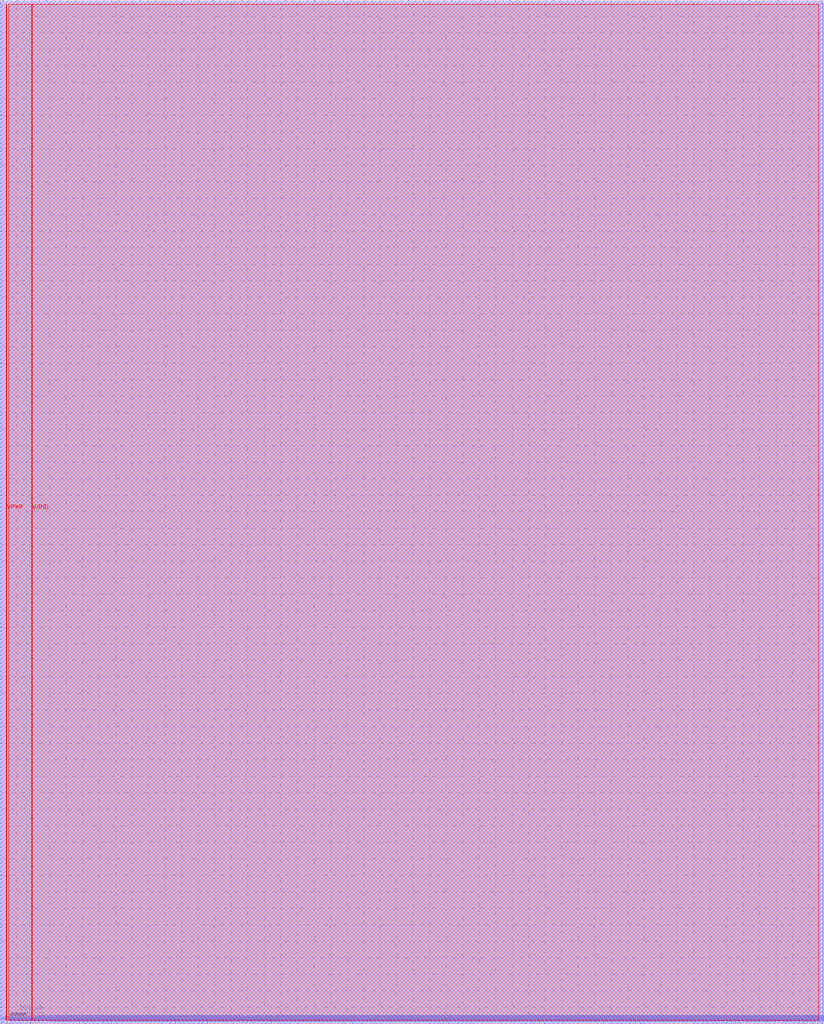
<source format=lef>
VERSION 5.7 ;
  NOWIREEXTENSIONATPIN ON ;
  DIVIDERCHAR "/" ;
  BUSBITCHARS "[]" ;
MACRO user_proj_example
  CLASS BLOCK ;
  FOREIGN user_proj_example ;
  ORIGIN -0.005 0.000 ;
  SIZE 2494.885 BY 3100.000 ;
  PIN io_in[0]
    DIRECTION INPUT ;
    PORT
      LAYER met2 ;
        RECT 8.310 3096.000 8.590 3100.000 ;
    END
  END io_in[0]
  PIN io_in[10]
    DIRECTION INPUT ;
    PORT
      LAYER met2 ;
        RECT 666.110 3096.000 666.390 3100.000 ;
    END
  END io_in[10]
  PIN io_in[11]
    DIRECTION INPUT ;
    PORT
      LAYER met2 ;
        RECT 731.890 3096.000 732.170 3100.000 ;
    END
  END io_in[11]
  PIN io_in[12]
    DIRECTION INPUT ;
    PORT
      LAYER met2 ;
        RECT 797.670 3096.000 797.950 3100.000 ;
    END
  END io_in[12]
  PIN io_in[13]
    DIRECTION INPUT ;
    PORT
      LAYER met2 ;
        RECT 863.450 3096.000 863.730 3100.000 ;
    END
  END io_in[13]
  PIN io_in[14]
    DIRECTION INPUT ;
    PORT
      LAYER met2 ;
        RECT 929.230 3096.000 929.510 3100.000 ;
    END
  END io_in[14]
  PIN io_in[15]
    DIRECTION INPUT ;
    PORT
      LAYER met2 ;
        RECT 995.010 3096.000 995.290 3100.000 ;
    END
  END io_in[15]
  PIN io_in[16]
    DIRECTION INPUT ;
    PORT
      LAYER met2 ;
        RECT 1060.790 3096.000 1061.070 3100.000 ;
    END
  END io_in[16]
  PIN io_in[17]
    DIRECTION INPUT ;
    PORT
      LAYER met2 ;
        RECT 1126.570 3096.000 1126.850 3100.000 ;
    END
  END io_in[17]
  PIN io_in[18]
    DIRECTION INPUT ;
    PORT
      LAYER met2 ;
        RECT 1192.350 3096.000 1192.630 3100.000 ;
    END
  END io_in[18]
  PIN io_in[19]
    DIRECTION INPUT ;
    PORT
      LAYER met2 ;
        RECT 1258.130 3096.000 1258.410 3100.000 ;
    END
  END io_in[19]
  PIN io_in[1]
    DIRECTION INPUT ;
    PORT
      LAYER met2 ;
        RECT 74.090 3096.000 74.370 3100.000 ;
    END
  END io_in[1]
  PIN io_in[20]
    DIRECTION INPUT ;
    PORT
      LAYER met2 ;
        RECT 1323.910 3096.000 1324.190 3100.000 ;
    END
  END io_in[20]
  PIN io_in[21]
    DIRECTION INPUT ;
    PORT
      LAYER met2 ;
        RECT 1389.690 3096.000 1389.970 3100.000 ;
    END
  END io_in[21]
  PIN io_in[22]
    DIRECTION INPUT ;
    PORT
      LAYER met2 ;
        RECT 1455.470 3096.000 1455.750 3100.000 ;
    END
  END io_in[22]
  PIN io_in[23]
    DIRECTION INPUT ;
    PORT
      LAYER met2 ;
        RECT 1521.250 3096.000 1521.530 3100.000 ;
    END
  END io_in[23]
  PIN io_in[24]
    DIRECTION INPUT ;
    PORT
      LAYER met2 ;
        RECT 1587.030 3096.000 1587.310 3100.000 ;
    END
  END io_in[24]
  PIN io_in[25]
    DIRECTION INPUT ;
    PORT
      LAYER met2 ;
        RECT 1652.810 3096.000 1653.090 3100.000 ;
    END
  END io_in[25]
  PIN io_in[26]
    DIRECTION INPUT ;
    PORT
      LAYER met2 ;
        RECT 1718.590 3096.000 1718.870 3100.000 ;
    END
  END io_in[26]
  PIN io_in[27]
    DIRECTION INPUT ;
    PORT
      LAYER met2 ;
        RECT 1784.370 3096.000 1784.650 3100.000 ;
    END
  END io_in[27]
  PIN io_in[28]
    DIRECTION INPUT ;
    PORT
      LAYER met2 ;
        RECT 1850.150 3096.000 1850.430 3100.000 ;
    END
  END io_in[28]
  PIN io_in[29]
    DIRECTION INPUT ;
    PORT
      LAYER met2 ;
        RECT 1915.930 3096.000 1916.210 3100.000 ;
    END
  END io_in[29]
  PIN io_in[2]
    DIRECTION INPUT ;
    PORT
      LAYER met2 ;
        RECT 139.870 3096.000 140.150 3100.000 ;
    END
  END io_in[2]
  PIN io_in[30]
    DIRECTION INPUT ;
    PORT
      LAYER met2 ;
        RECT 1981.710 3096.000 1981.990 3100.000 ;
    END
  END io_in[30]
  PIN io_in[31]
    DIRECTION INPUT ;
    PORT
      LAYER met2 ;
        RECT 2047.490 3096.000 2047.770 3100.000 ;
    END
  END io_in[31]
  PIN io_in[32]
    DIRECTION INPUT ;
    PORT
      LAYER met2 ;
        RECT 2113.270 3096.000 2113.550 3100.000 ;
    END
  END io_in[32]
  PIN io_in[33]
    DIRECTION INPUT ;
    PORT
      LAYER met2 ;
        RECT 2179.050 3096.000 2179.330 3100.000 ;
    END
  END io_in[33]
  PIN io_in[34]
    DIRECTION INPUT ;
    PORT
      LAYER met2 ;
        RECT 2244.830 3096.000 2245.110 3100.000 ;
    END
  END io_in[34]
  PIN io_in[35]
    DIRECTION INPUT ;
    PORT
      LAYER met2 ;
        RECT 2310.610 3096.000 2310.890 3100.000 ;
    END
  END io_in[35]
  PIN io_in[36]
    DIRECTION INPUT ;
    PORT
      LAYER met2 ;
        RECT 2376.390 3096.000 2376.670 3100.000 ;
    END
  END io_in[36]
  PIN io_in[37]
    DIRECTION INPUT ;
    PORT
      LAYER met2 ;
        RECT 2442.170 3096.000 2442.450 3100.000 ;
    END
  END io_in[37]
  PIN io_in[3]
    DIRECTION INPUT ;
    PORT
      LAYER met2 ;
        RECT 205.650 3096.000 205.930 3100.000 ;
    END
  END io_in[3]
  PIN io_in[4]
    DIRECTION INPUT ;
    PORT
      LAYER met2 ;
        RECT 271.430 3096.000 271.710 3100.000 ;
    END
  END io_in[4]
  PIN io_in[5]
    DIRECTION INPUT ;
    PORT
      LAYER met2 ;
        RECT 337.210 3096.000 337.490 3100.000 ;
    END
  END io_in[5]
  PIN io_in[6]
    DIRECTION INPUT ;
    PORT
      LAYER met2 ;
        RECT 402.990 3096.000 403.270 3100.000 ;
    END
  END io_in[6]
  PIN io_in[7]
    DIRECTION INPUT ;
    PORT
      LAYER met2 ;
        RECT 468.770 3096.000 469.050 3100.000 ;
    END
  END io_in[7]
  PIN io_in[8]
    DIRECTION INPUT ;
    PORT
      LAYER met2 ;
        RECT 534.550 3096.000 534.830 3100.000 ;
    END
  END io_in[8]
  PIN io_in[9]
    DIRECTION INPUT ;
    PORT
      LAYER met2 ;
        RECT 600.330 3096.000 600.610 3100.000 ;
    END
  END io_in[9]
  PIN io_oeb[0]
    DIRECTION OUTPUT TRISTATE ;
    PORT
      LAYER met2 ;
        RECT 29.930 3096.000 30.210 3100.000 ;
    END
  END io_oeb[0]
  PIN io_oeb[10]
    DIRECTION OUTPUT TRISTATE ;
    PORT
      LAYER met2 ;
        RECT 687.730 3096.000 688.010 3100.000 ;
    END
  END io_oeb[10]
  PIN io_oeb[11]
    DIRECTION OUTPUT TRISTATE ;
    PORT
      LAYER met2 ;
        RECT 753.510 3096.000 753.790 3100.000 ;
    END
  END io_oeb[11]
  PIN io_oeb[12]
    DIRECTION OUTPUT TRISTATE ;
    PORT
      LAYER met2 ;
        RECT 819.290 3096.000 819.570 3100.000 ;
    END
  END io_oeb[12]
  PIN io_oeb[13]
    DIRECTION OUTPUT TRISTATE ;
    PORT
      LAYER met2 ;
        RECT 885.530 3096.000 885.810 3100.000 ;
    END
  END io_oeb[13]
  PIN io_oeb[14]
    DIRECTION OUTPUT TRISTATE ;
    PORT
      LAYER met2 ;
        RECT 951.310 3096.000 951.590 3100.000 ;
    END
  END io_oeb[14]
  PIN io_oeb[15]
    DIRECTION OUTPUT TRISTATE ;
    PORT
      LAYER met2 ;
        RECT 1017.090 3096.000 1017.370 3100.000 ;
    END
  END io_oeb[15]
  PIN io_oeb[16]
    DIRECTION OUTPUT TRISTATE ;
    PORT
      LAYER met2 ;
        RECT 1082.870 3096.000 1083.150 3100.000 ;
    END
  END io_oeb[16]
  PIN io_oeb[17]
    DIRECTION OUTPUT TRISTATE ;
    PORT
      LAYER met2 ;
        RECT 1148.650 3096.000 1148.930 3100.000 ;
    END
  END io_oeb[17]
  PIN io_oeb[18]
    DIRECTION OUTPUT TRISTATE ;
    PORT
      LAYER met2 ;
        RECT 1214.430 3096.000 1214.710 3100.000 ;
    END
  END io_oeb[18]
  PIN io_oeb[19]
    DIRECTION OUTPUT TRISTATE ;
    PORT
      LAYER met2 ;
        RECT 1280.210 3096.000 1280.490 3100.000 ;
    END
  END io_oeb[19]
  PIN io_oeb[1]
    DIRECTION OUTPUT TRISTATE ;
    PORT
      LAYER met2 ;
        RECT 95.710 3096.000 95.990 3100.000 ;
    END
  END io_oeb[1]
  PIN io_oeb[20]
    DIRECTION OUTPUT TRISTATE ;
    PORT
      LAYER met2 ;
        RECT 1345.990 3096.000 1346.270 3100.000 ;
    END
  END io_oeb[20]
  PIN io_oeb[21]
    DIRECTION OUTPUT TRISTATE ;
    PORT
      LAYER met2 ;
        RECT 1411.770 3096.000 1412.050 3100.000 ;
    END
  END io_oeb[21]
  PIN io_oeb[22]
    DIRECTION OUTPUT TRISTATE ;
    PORT
      LAYER met2 ;
        RECT 1477.550 3096.000 1477.830 3100.000 ;
    END
  END io_oeb[22]
  PIN io_oeb[23]
    DIRECTION OUTPUT TRISTATE ;
    PORT
      LAYER met2 ;
        RECT 1543.330 3096.000 1543.610 3100.000 ;
    END
  END io_oeb[23]
  PIN io_oeb[24]
    DIRECTION OUTPUT TRISTATE ;
    PORT
      LAYER met2 ;
        RECT 1609.110 3096.000 1609.390 3100.000 ;
    END
  END io_oeb[24]
  PIN io_oeb[25]
    DIRECTION OUTPUT TRISTATE ;
    PORT
      LAYER met2 ;
        RECT 1674.890 3096.000 1675.170 3100.000 ;
    END
  END io_oeb[25]
  PIN io_oeb[26]
    DIRECTION OUTPUT TRISTATE ;
    PORT
      LAYER met2 ;
        RECT 1740.670 3096.000 1740.950 3100.000 ;
    END
  END io_oeb[26]
  PIN io_oeb[27]
    DIRECTION OUTPUT TRISTATE ;
    PORT
      LAYER met2 ;
        RECT 1806.450 3096.000 1806.730 3100.000 ;
    END
  END io_oeb[27]
  PIN io_oeb[28]
    DIRECTION OUTPUT TRISTATE ;
    PORT
      LAYER met2 ;
        RECT 1872.230 3096.000 1872.510 3100.000 ;
    END
  END io_oeb[28]
  PIN io_oeb[29]
    DIRECTION OUTPUT TRISTATE ;
    PORT
      LAYER met2 ;
        RECT 1938.010 3096.000 1938.290 3100.000 ;
    END
  END io_oeb[29]
  PIN io_oeb[2]
    DIRECTION OUTPUT TRISTATE ;
    PORT
      LAYER met2 ;
        RECT 161.490 3096.000 161.770 3100.000 ;
    END
  END io_oeb[2]
  PIN io_oeb[30]
    DIRECTION OUTPUT TRISTATE ;
    PORT
      LAYER met2 ;
        RECT 2003.790 3096.000 2004.070 3100.000 ;
    END
  END io_oeb[30]
  PIN io_oeb[31]
    DIRECTION OUTPUT TRISTATE ;
    PORT
      LAYER met2 ;
        RECT 2069.570 3096.000 2069.850 3100.000 ;
    END
  END io_oeb[31]
  PIN io_oeb[32]
    DIRECTION OUTPUT TRISTATE ;
    PORT
      LAYER met2 ;
        RECT 2135.350 3096.000 2135.630 3100.000 ;
    END
  END io_oeb[32]
  PIN io_oeb[33]
    DIRECTION OUTPUT TRISTATE ;
    PORT
      LAYER met2 ;
        RECT 2201.130 3096.000 2201.410 3100.000 ;
    END
  END io_oeb[33]
  PIN io_oeb[34]
    DIRECTION OUTPUT TRISTATE ;
    PORT
      LAYER met2 ;
        RECT 2266.910 3096.000 2267.190 3100.000 ;
    END
  END io_oeb[34]
  PIN io_oeb[35]
    DIRECTION OUTPUT TRISTATE ;
    PORT
      LAYER met2 ;
        RECT 2332.690 3096.000 2332.970 3100.000 ;
    END
  END io_oeb[35]
  PIN io_oeb[36]
    DIRECTION OUTPUT TRISTATE ;
    PORT
      LAYER met2 ;
        RECT 2398.470 3096.000 2398.750 3100.000 ;
    END
  END io_oeb[36]
  PIN io_oeb[37]
    DIRECTION OUTPUT TRISTATE ;
    PORT
      LAYER met2 ;
        RECT 2464.250 3096.000 2464.530 3100.000 ;
    END
  END io_oeb[37]
  PIN io_oeb[3]
    DIRECTION OUTPUT TRISTATE ;
    PORT
      LAYER met2 ;
        RECT 227.270 3096.000 227.550 3100.000 ;
    END
  END io_oeb[3]
  PIN io_oeb[4]
    DIRECTION OUTPUT TRISTATE ;
    PORT
      LAYER met2 ;
        RECT 293.050 3096.000 293.330 3100.000 ;
    END
  END io_oeb[4]
  PIN io_oeb[5]
    DIRECTION OUTPUT TRISTATE ;
    PORT
      LAYER met2 ;
        RECT 358.830 3096.000 359.110 3100.000 ;
    END
  END io_oeb[5]
  PIN io_oeb[6]
    DIRECTION OUTPUT TRISTATE ;
    PORT
      LAYER met2 ;
        RECT 424.610 3096.000 424.890 3100.000 ;
    END
  END io_oeb[6]
  PIN io_oeb[7]
    DIRECTION OUTPUT TRISTATE ;
    PORT
      LAYER met2 ;
        RECT 490.390 3096.000 490.670 3100.000 ;
    END
  END io_oeb[7]
  PIN io_oeb[8]
    DIRECTION OUTPUT TRISTATE ;
    PORT
      LAYER met2 ;
        RECT 556.170 3096.000 556.450 3100.000 ;
    END
  END io_oeb[8]
  PIN io_oeb[9]
    DIRECTION OUTPUT TRISTATE ;
    PORT
      LAYER met2 ;
        RECT 621.950 3096.000 622.230 3100.000 ;
    END
  END io_oeb[9]
  PIN io_out[0]
    DIRECTION OUTPUT TRISTATE ;
    PORT
      LAYER met2 ;
        RECT 52.010 3096.000 52.290 3100.000 ;
    END
  END io_out[0]
  PIN io_out[10]
    DIRECTION OUTPUT TRISTATE ;
    PORT
      LAYER met2 ;
        RECT 709.810 3096.000 710.090 3100.000 ;
    END
  END io_out[10]
  PIN io_out[11]
    DIRECTION OUTPUT TRISTATE ;
    PORT
      LAYER met2 ;
        RECT 775.590 3096.000 775.870 3100.000 ;
    END
  END io_out[11]
  PIN io_out[12]
    DIRECTION OUTPUT TRISTATE ;
    PORT
      LAYER met2 ;
        RECT 841.370 3096.000 841.650 3100.000 ;
    END
  END io_out[12]
  PIN io_out[13]
    DIRECTION OUTPUT TRISTATE ;
    PORT
      LAYER met2 ;
        RECT 907.150 3096.000 907.430 3100.000 ;
    END
  END io_out[13]
  PIN io_out[14]
    DIRECTION OUTPUT TRISTATE ;
    PORT
      LAYER met2 ;
        RECT 972.930 3096.000 973.210 3100.000 ;
    END
  END io_out[14]
  PIN io_out[15]
    DIRECTION OUTPUT TRISTATE ;
    PORT
      LAYER met2 ;
        RECT 1038.710 3096.000 1038.990 3100.000 ;
    END
  END io_out[15]
  PIN io_out[16]
    DIRECTION OUTPUT TRISTATE ;
    PORT
      LAYER met2 ;
        RECT 1104.490 3096.000 1104.770 3100.000 ;
    END
  END io_out[16]
  PIN io_out[17]
    DIRECTION OUTPUT TRISTATE ;
    PORT
      LAYER met2 ;
        RECT 1170.270 3096.000 1170.550 3100.000 ;
    END
  END io_out[17]
  PIN io_out[18]
    DIRECTION OUTPUT TRISTATE ;
    PORT
      LAYER met2 ;
        RECT 1236.050 3096.000 1236.330 3100.000 ;
    END
  END io_out[18]
  PIN io_out[19]
    DIRECTION OUTPUT TRISTATE ;
    PORT
      LAYER met2 ;
        RECT 1301.830 3096.000 1302.110 3100.000 ;
    END
  END io_out[19]
  PIN io_out[1]
    DIRECTION OUTPUT TRISTATE ;
    PORT
      LAYER met2 ;
        RECT 117.790 3096.000 118.070 3100.000 ;
    END
  END io_out[1]
  PIN io_out[20]
    DIRECTION OUTPUT TRISTATE ;
    PORT
      LAYER met2 ;
        RECT 1367.610 3096.000 1367.890 3100.000 ;
    END
  END io_out[20]
  PIN io_out[21]
    DIRECTION OUTPUT TRISTATE ;
    PORT
      LAYER met2 ;
        RECT 1433.390 3096.000 1433.670 3100.000 ;
    END
  END io_out[21]
  PIN io_out[22]
    DIRECTION OUTPUT TRISTATE ;
    PORT
      LAYER met2 ;
        RECT 1499.170 3096.000 1499.450 3100.000 ;
    END
  END io_out[22]
  PIN io_out[23]
    DIRECTION OUTPUT TRISTATE ;
    PORT
      LAYER met2 ;
        RECT 1564.950 3096.000 1565.230 3100.000 ;
    END
  END io_out[23]
  PIN io_out[24]
    DIRECTION OUTPUT TRISTATE ;
    PORT
      LAYER met2 ;
        RECT 1630.730 3096.000 1631.010 3100.000 ;
    END
  END io_out[24]
  PIN io_out[25]
    DIRECTION OUTPUT TRISTATE ;
    PORT
      LAYER met2 ;
        RECT 1696.970 3096.000 1697.250 3100.000 ;
    END
  END io_out[25]
  PIN io_out[26]
    DIRECTION OUTPUT TRISTATE ;
    PORT
      LAYER met2 ;
        RECT 1762.750 3096.000 1763.030 3100.000 ;
    END
  END io_out[26]
  PIN io_out[27]
    DIRECTION OUTPUT TRISTATE ;
    PORT
      LAYER met2 ;
        RECT 1828.530 3096.000 1828.810 3100.000 ;
    END
  END io_out[27]
  PIN io_out[28]
    DIRECTION OUTPUT TRISTATE ;
    PORT
      LAYER met2 ;
        RECT 1894.310 3096.000 1894.590 3100.000 ;
    END
  END io_out[28]
  PIN io_out[29]
    DIRECTION OUTPUT TRISTATE ;
    PORT
      LAYER met2 ;
        RECT 1960.090 3096.000 1960.370 3100.000 ;
    END
  END io_out[29]
  PIN io_out[2]
    DIRECTION OUTPUT TRISTATE ;
    PORT
      LAYER met2 ;
        RECT 183.570 3096.000 183.850 3100.000 ;
    END
  END io_out[2]
  PIN io_out[30]
    DIRECTION OUTPUT TRISTATE ;
    PORT
      LAYER met2 ;
        RECT 2025.870 3096.000 2026.150 3100.000 ;
    END
  END io_out[30]
  PIN io_out[31]
    DIRECTION OUTPUT TRISTATE ;
    PORT
      LAYER met2 ;
        RECT 2091.650 3096.000 2091.930 3100.000 ;
    END
  END io_out[31]
  PIN io_out[32]
    DIRECTION OUTPUT TRISTATE ;
    PORT
      LAYER met2 ;
        RECT 2157.430 3096.000 2157.710 3100.000 ;
    END
  END io_out[32]
  PIN io_out[33]
    DIRECTION OUTPUT TRISTATE ;
    PORT
      LAYER met2 ;
        RECT 2223.210 3096.000 2223.490 3100.000 ;
    END
  END io_out[33]
  PIN io_out[34]
    DIRECTION OUTPUT TRISTATE ;
    PORT
      LAYER met2 ;
        RECT 2288.990 3096.000 2289.270 3100.000 ;
    END
  END io_out[34]
  PIN io_out[35]
    DIRECTION OUTPUT TRISTATE ;
    PORT
      LAYER met2 ;
        RECT 2354.770 3096.000 2355.050 3100.000 ;
    END
  END io_out[35]
  PIN io_out[36]
    DIRECTION OUTPUT TRISTATE ;
    PORT
      LAYER met2 ;
        RECT 2420.550 3096.000 2420.830 3100.000 ;
    END
  END io_out[36]
  PIN io_out[37]
    DIRECTION OUTPUT TRISTATE ;
    PORT
      LAYER met2 ;
        RECT 2486.330 3096.000 2486.610 3100.000 ;
    END
  END io_out[37]
  PIN io_out[3]
    DIRECTION OUTPUT TRISTATE ;
    PORT
      LAYER met2 ;
        RECT 249.350 3096.000 249.630 3100.000 ;
    END
  END io_out[3]
  PIN io_out[4]
    DIRECTION OUTPUT TRISTATE ;
    PORT
      LAYER met2 ;
        RECT 315.130 3096.000 315.410 3100.000 ;
    END
  END io_out[4]
  PIN io_out[5]
    DIRECTION OUTPUT TRISTATE ;
    PORT
      LAYER met2 ;
        RECT 380.910 3096.000 381.190 3100.000 ;
    END
  END io_out[5]
  PIN io_out[6]
    DIRECTION OUTPUT TRISTATE ;
    PORT
      LAYER met2 ;
        RECT 446.690 3096.000 446.970 3100.000 ;
    END
  END io_out[6]
  PIN io_out[7]
    DIRECTION OUTPUT TRISTATE ;
    PORT
      LAYER met2 ;
        RECT 512.470 3096.000 512.750 3100.000 ;
    END
  END io_out[7]
  PIN io_out[8]
    DIRECTION OUTPUT TRISTATE ;
    PORT
      LAYER met2 ;
        RECT 578.250 3096.000 578.530 3100.000 ;
    END
  END io_out[8]
  PIN io_out[9]
    DIRECTION OUTPUT TRISTATE ;
    PORT
      LAYER met2 ;
        RECT 644.030 3096.000 644.310 3100.000 ;
    END
  END io_out[9]
  PIN la_data_in[0]
    DIRECTION INPUT ;
    PORT
      LAYER met2 ;
        RECT 540.530 0.000 540.810 4.000 ;
    END
  END la_data_in[0]
  PIN la_data_in[100]
    DIRECTION INPUT ;
    PORT
      LAYER met2 ;
        RECT 2071.410 0.000 2071.690 4.000 ;
    END
  END la_data_in[100]
  PIN la_data_in[101]
    DIRECTION INPUT ;
    PORT
      LAYER met2 ;
        RECT 2086.590 0.000 2086.870 4.000 ;
    END
  END la_data_in[101]
  PIN la_data_in[102]
    DIRECTION INPUT ;
    PORT
      LAYER met2 ;
        RECT 2101.770 0.000 2102.050 4.000 ;
    END
  END la_data_in[102]
  PIN la_data_in[103]
    DIRECTION INPUT ;
    PORT
      LAYER met2 ;
        RECT 2117.410 0.000 2117.690 4.000 ;
    END
  END la_data_in[103]
  PIN la_data_in[104]
    DIRECTION INPUT ;
    PORT
      LAYER met2 ;
        RECT 2132.590 0.000 2132.870 4.000 ;
    END
  END la_data_in[104]
  PIN la_data_in[105]
    DIRECTION INPUT ;
    PORT
      LAYER met2 ;
        RECT 2147.770 0.000 2148.050 4.000 ;
    END
  END la_data_in[105]
  PIN la_data_in[106]
    DIRECTION INPUT ;
    PORT
      LAYER met2 ;
        RECT 2162.950 0.000 2163.230 4.000 ;
    END
  END la_data_in[106]
  PIN la_data_in[107]
    DIRECTION INPUT ;
    PORT
      LAYER met2 ;
        RECT 2178.590 0.000 2178.870 4.000 ;
    END
  END la_data_in[107]
  PIN la_data_in[108]
    DIRECTION INPUT ;
    PORT
      LAYER met2 ;
        RECT 2193.770 0.000 2194.050 4.000 ;
    END
  END la_data_in[108]
  PIN la_data_in[109]
    DIRECTION INPUT ;
    PORT
      LAYER met2 ;
        RECT 2208.950 0.000 2209.230 4.000 ;
    END
  END la_data_in[109]
  PIN la_data_in[10]
    DIRECTION INPUT ;
    PORT
      LAYER met2 ;
        RECT 693.710 0.000 693.990 4.000 ;
    END
  END la_data_in[10]
  PIN la_data_in[110]
    DIRECTION INPUT ;
    PORT
      LAYER met2 ;
        RECT 2224.590 0.000 2224.870 4.000 ;
    END
  END la_data_in[110]
  PIN la_data_in[111]
    DIRECTION INPUT ;
    PORT
      LAYER met2 ;
        RECT 2239.770 0.000 2240.050 4.000 ;
    END
  END la_data_in[111]
  PIN la_data_in[112]
    DIRECTION INPUT ;
    PORT
      LAYER met2 ;
        RECT 2254.950 0.000 2255.230 4.000 ;
    END
  END la_data_in[112]
  PIN la_data_in[113]
    DIRECTION INPUT ;
    PORT
      LAYER met2 ;
        RECT 2270.130 0.000 2270.410 4.000 ;
    END
  END la_data_in[113]
  PIN la_data_in[114]
    DIRECTION INPUT ;
    PORT
      LAYER met2 ;
        RECT 2285.770 0.000 2286.050 4.000 ;
    END
  END la_data_in[114]
  PIN la_data_in[115]
    DIRECTION INPUT ;
    PORT
      LAYER met2 ;
        RECT 2300.950 0.000 2301.230 4.000 ;
    END
  END la_data_in[115]
  PIN la_data_in[116]
    DIRECTION INPUT ;
    PORT
      LAYER met2 ;
        RECT 2316.130 0.000 2316.410 4.000 ;
    END
  END la_data_in[116]
  PIN la_data_in[117]
    DIRECTION INPUT ;
    PORT
      LAYER met2 ;
        RECT 2331.310 0.000 2331.590 4.000 ;
    END
  END la_data_in[117]
  PIN la_data_in[118]
    DIRECTION INPUT ;
    PORT
      LAYER met2 ;
        RECT 2346.950 0.000 2347.230 4.000 ;
    END
  END la_data_in[118]
  PIN la_data_in[119]
    DIRECTION INPUT ;
    PORT
      LAYER met2 ;
        RECT 2362.130 0.000 2362.410 4.000 ;
    END
  END la_data_in[119]
  PIN la_data_in[11]
    DIRECTION INPUT ;
    PORT
      LAYER met2 ;
        RECT 708.890 0.000 709.170 4.000 ;
    END
  END la_data_in[11]
  PIN la_data_in[120]
    DIRECTION INPUT ;
    PORT
      LAYER met2 ;
        RECT 2377.310 0.000 2377.590 4.000 ;
    END
  END la_data_in[120]
  PIN la_data_in[121]
    DIRECTION INPUT ;
    PORT
      LAYER met2 ;
        RECT 2392.950 0.000 2393.230 4.000 ;
    END
  END la_data_in[121]
  PIN la_data_in[122]
    DIRECTION INPUT ;
    PORT
      LAYER met2 ;
        RECT 2408.130 0.000 2408.410 4.000 ;
    END
  END la_data_in[122]
  PIN la_data_in[123]
    DIRECTION INPUT ;
    PORT
      LAYER met2 ;
        RECT 2423.310 0.000 2423.590 4.000 ;
    END
  END la_data_in[123]
  PIN la_data_in[124]
    DIRECTION INPUT ;
    PORT
      LAYER met2 ;
        RECT 2438.490 0.000 2438.770 4.000 ;
    END
  END la_data_in[124]
  PIN la_data_in[125]
    DIRECTION INPUT ;
    PORT
      LAYER met2 ;
        RECT 2454.130 0.000 2454.410 4.000 ;
    END
  END la_data_in[125]
  PIN la_data_in[126]
    DIRECTION INPUT ;
    PORT
      LAYER met2 ;
        RECT 2469.310 0.000 2469.590 4.000 ;
    END
  END la_data_in[126]
  PIN la_data_in[127]
    DIRECTION INPUT ;
    PORT
      LAYER met2 ;
        RECT 2484.490 0.000 2484.770 4.000 ;
    END
  END la_data_in[127]
  PIN la_data_in[12]
    DIRECTION INPUT ;
    PORT
      LAYER met2 ;
        RECT 724.530 0.000 724.810 4.000 ;
    END
  END la_data_in[12]
  PIN la_data_in[13]
    DIRECTION INPUT ;
    PORT
      LAYER met2 ;
        RECT 739.710 0.000 739.990 4.000 ;
    END
  END la_data_in[13]
  PIN la_data_in[14]
    DIRECTION INPUT ;
    PORT
      LAYER met2 ;
        RECT 754.890 0.000 755.170 4.000 ;
    END
  END la_data_in[14]
  PIN la_data_in[15]
    DIRECTION INPUT ;
    PORT
      LAYER met2 ;
        RECT 770.070 0.000 770.350 4.000 ;
    END
  END la_data_in[15]
  PIN la_data_in[16]
    DIRECTION INPUT ;
    PORT
      LAYER met2 ;
        RECT 785.710 0.000 785.990 4.000 ;
    END
  END la_data_in[16]
  PIN la_data_in[17]
    DIRECTION INPUT ;
    PORT
      LAYER met2 ;
        RECT 800.890 0.000 801.170 4.000 ;
    END
  END la_data_in[17]
  PIN la_data_in[18]
    DIRECTION INPUT ;
    PORT
      LAYER met2 ;
        RECT 816.070 0.000 816.350 4.000 ;
    END
  END la_data_in[18]
  PIN la_data_in[19]
    DIRECTION INPUT ;
    PORT
      LAYER met2 ;
        RECT 831.250 0.000 831.530 4.000 ;
    END
  END la_data_in[19]
  PIN la_data_in[1]
    DIRECTION INPUT ;
    PORT
      LAYER met2 ;
        RECT 556.170 0.000 556.450 4.000 ;
    END
  END la_data_in[1]
  PIN la_data_in[20]
    DIRECTION INPUT ;
    PORT
      LAYER met2 ;
        RECT 846.890 0.000 847.170 4.000 ;
    END
  END la_data_in[20]
  PIN la_data_in[21]
    DIRECTION INPUT ;
    PORT
      LAYER met2 ;
        RECT 862.070 0.000 862.350 4.000 ;
    END
  END la_data_in[21]
  PIN la_data_in[22]
    DIRECTION INPUT ;
    PORT
      LAYER met2 ;
        RECT 877.250 0.000 877.530 4.000 ;
    END
  END la_data_in[22]
  PIN la_data_in[23]
    DIRECTION INPUT ;
    PORT
      LAYER met2 ;
        RECT 892.890 0.000 893.170 4.000 ;
    END
  END la_data_in[23]
  PIN la_data_in[24]
    DIRECTION INPUT ;
    PORT
      LAYER met2 ;
        RECT 908.070 0.000 908.350 4.000 ;
    END
  END la_data_in[24]
  PIN la_data_in[25]
    DIRECTION INPUT ;
    PORT
      LAYER met2 ;
        RECT 923.250 0.000 923.530 4.000 ;
    END
  END la_data_in[25]
  PIN la_data_in[26]
    DIRECTION INPUT ;
    PORT
      LAYER met2 ;
        RECT 938.430 0.000 938.710 4.000 ;
    END
  END la_data_in[26]
  PIN la_data_in[27]
    DIRECTION INPUT ;
    PORT
      LAYER met2 ;
        RECT 954.070 0.000 954.350 4.000 ;
    END
  END la_data_in[27]
  PIN la_data_in[28]
    DIRECTION INPUT ;
    PORT
      LAYER met2 ;
        RECT 969.250 0.000 969.530 4.000 ;
    END
  END la_data_in[28]
  PIN la_data_in[29]
    DIRECTION INPUT ;
    PORT
      LAYER met2 ;
        RECT 984.430 0.000 984.710 4.000 ;
    END
  END la_data_in[29]
  PIN la_data_in[2]
    DIRECTION INPUT ;
    PORT
      LAYER met2 ;
        RECT 571.350 0.000 571.630 4.000 ;
    END
  END la_data_in[2]
  PIN la_data_in[30]
    DIRECTION INPUT ;
    PORT
      LAYER met2 ;
        RECT 1000.070 0.000 1000.350 4.000 ;
    END
  END la_data_in[30]
  PIN la_data_in[31]
    DIRECTION INPUT ;
    PORT
      LAYER met2 ;
        RECT 1015.250 0.000 1015.530 4.000 ;
    END
  END la_data_in[31]
  PIN la_data_in[32]
    DIRECTION INPUT ;
    PORT
      LAYER met2 ;
        RECT 1030.430 0.000 1030.710 4.000 ;
    END
  END la_data_in[32]
  PIN la_data_in[33]
    DIRECTION INPUT ;
    PORT
      LAYER met2 ;
        RECT 1045.610 0.000 1045.890 4.000 ;
    END
  END la_data_in[33]
  PIN la_data_in[34]
    DIRECTION INPUT ;
    PORT
      LAYER met2 ;
        RECT 1061.250 0.000 1061.530 4.000 ;
    END
  END la_data_in[34]
  PIN la_data_in[35]
    DIRECTION INPUT ;
    PORT
      LAYER met2 ;
        RECT 1076.430 0.000 1076.710 4.000 ;
    END
  END la_data_in[35]
  PIN la_data_in[36]
    DIRECTION INPUT ;
    PORT
      LAYER met2 ;
        RECT 1091.610 0.000 1091.890 4.000 ;
    END
  END la_data_in[36]
  PIN la_data_in[37]
    DIRECTION INPUT ;
    PORT
      LAYER met2 ;
        RECT 1106.790 0.000 1107.070 4.000 ;
    END
  END la_data_in[37]
  PIN la_data_in[38]
    DIRECTION INPUT ;
    PORT
      LAYER met2 ;
        RECT 1122.430 0.000 1122.710 4.000 ;
    END
  END la_data_in[38]
  PIN la_data_in[39]
    DIRECTION INPUT ;
    PORT
      LAYER met2 ;
        RECT 1137.610 0.000 1137.890 4.000 ;
    END
  END la_data_in[39]
  PIN la_data_in[3]
    DIRECTION INPUT ;
    PORT
      LAYER met2 ;
        RECT 586.530 0.000 586.810 4.000 ;
    END
  END la_data_in[3]
  PIN la_data_in[40]
    DIRECTION INPUT ;
    PORT
      LAYER met2 ;
        RECT 1152.790 0.000 1153.070 4.000 ;
    END
  END la_data_in[40]
  PIN la_data_in[41]
    DIRECTION INPUT ;
    PORT
      LAYER met2 ;
        RECT 1168.430 0.000 1168.710 4.000 ;
    END
  END la_data_in[41]
  PIN la_data_in[42]
    DIRECTION INPUT ;
    PORT
      LAYER met2 ;
        RECT 1183.610 0.000 1183.890 4.000 ;
    END
  END la_data_in[42]
  PIN la_data_in[43]
    DIRECTION INPUT ;
    PORT
      LAYER met2 ;
        RECT 1198.790 0.000 1199.070 4.000 ;
    END
  END la_data_in[43]
  PIN la_data_in[44]
    DIRECTION INPUT ;
    PORT
      LAYER met2 ;
        RECT 1213.970 0.000 1214.250 4.000 ;
    END
  END la_data_in[44]
  PIN la_data_in[45]
    DIRECTION INPUT ;
    PORT
      LAYER met2 ;
        RECT 1229.610 0.000 1229.890 4.000 ;
    END
  END la_data_in[45]
  PIN la_data_in[46]
    DIRECTION INPUT ;
    PORT
      LAYER met2 ;
        RECT 1244.790 0.000 1245.070 4.000 ;
    END
  END la_data_in[46]
  PIN la_data_in[47]
    DIRECTION INPUT ;
    PORT
      LAYER met2 ;
        RECT 1259.970 0.000 1260.250 4.000 ;
    END
  END la_data_in[47]
  PIN la_data_in[48]
    DIRECTION INPUT ;
    PORT
      LAYER met2 ;
        RECT 1275.150 0.000 1275.430 4.000 ;
    END
  END la_data_in[48]
  PIN la_data_in[49]
    DIRECTION INPUT ;
    PORT
      LAYER met2 ;
        RECT 1290.790 0.000 1291.070 4.000 ;
    END
  END la_data_in[49]
  PIN la_data_in[4]
    DIRECTION INPUT ;
    PORT
      LAYER met2 ;
        RECT 601.710 0.000 601.990 4.000 ;
    END
  END la_data_in[4]
  PIN la_data_in[50]
    DIRECTION INPUT ;
    PORT
      LAYER met2 ;
        RECT 1305.970 0.000 1306.250 4.000 ;
    END
  END la_data_in[50]
  PIN la_data_in[51]
    DIRECTION INPUT ;
    PORT
      LAYER met2 ;
        RECT 1321.150 0.000 1321.430 4.000 ;
    END
  END la_data_in[51]
  PIN la_data_in[52]
    DIRECTION INPUT ;
    PORT
      LAYER met2 ;
        RECT 1336.790 0.000 1337.070 4.000 ;
    END
  END la_data_in[52]
  PIN la_data_in[53]
    DIRECTION INPUT ;
    PORT
      LAYER met2 ;
        RECT 1351.970 0.000 1352.250 4.000 ;
    END
  END la_data_in[53]
  PIN la_data_in[54]
    DIRECTION INPUT ;
    PORT
      LAYER met2 ;
        RECT 1367.150 0.000 1367.430 4.000 ;
    END
  END la_data_in[54]
  PIN la_data_in[55]
    DIRECTION INPUT ;
    PORT
      LAYER met2 ;
        RECT 1382.330 0.000 1382.610 4.000 ;
    END
  END la_data_in[55]
  PIN la_data_in[56]
    DIRECTION INPUT ;
    PORT
      LAYER met2 ;
        RECT 1397.970 0.000 1398.250 4.000 ;
    END
  END la_data_in[56]
  PIN la_data_in[57]
    DIRECTION INPUT ;
    PORT
      LAYER met2 ;
        RECT 1413.150 0.000 1413.430 4.000 ;
    END
  END la_data_in[57]
  PIN la_data_in[58]
    DIRECTION INPUT ;
    PORT
      LAYER met2 ;
        RECT 1428.330 0.000 1428.610 4.000 ;
    END
  END la_data_in[58]
  PIN la_data_in[59]
    DIRECTION INPUT ;
    PORT
      LAYER met2 ;
        RECT 1443.510 0.000 1443.790 4.000 ;
    END
  END la_data_in[59]
  PIN la_data_in[5]
    DIRECTION INPUT ;
    PORT
      LAYER met2 ;
        RECT 617.350 0.000 617.630 4.000 ;
    END
  END la_data_in[5]
  PIN la_data_in[60]
    DIRECTION INPUT ;
    PORT
      LAYER met2 ;
        RECT 1459.150 0.000 1459.430 4.000 ;
    END
  END la_data_in[60]
  PIN la_data_in[61]
    DIRECTION INPUT ;
    PORT
      LAYER met2 ;
        RECT 1474.330 0.000 1474.610 4.000 ;
    END
  END la_data_in[61]
  PIN la_data_in[62]
    DIRECTION INPUT ;
    PORT
      LAYER met2 ;
        RECT 1489.510 0.000 1489.790 4.000 ;
    END
  END la_data_in[62]
  PIN la_data_in[63]
    DIRECTION INPUT ;
    PORT
      LAYER met2 ;
        RECT 1505.150 0.000 1505.430 4.000 ;
    END
  END la_data_in[63]
  PIN la_data_in[64]
    DIRECTION INPUT ;
    PORT
      LAYER met2 ;
        RECT 1520.330 0.000 1520.610 4.000 ;
    END
  END la_data_in[64]
  PIN la_data_in[65]
    DIRECTION INPUT ;
    PORT
      LAYER met2 ;
        RECT 1535.510 0.000 1535.790 4.000 ;
    END
  END la_data_in[65]
  PIN la_data_in[66]
    DIRECTION INPUT ;
    PORT
      LAYER met2 ;
        RECT 1550.690 0.000 1550.970 4.000 ;
    END
  END la_data_in[66]
  PIN la_data_in[67]
    DIRECTION INPUT ;
    PORT
      LAYER met2 ;
        RECT 1566.330 0.000 1566.610 4.000 ;
    END
  END la_data_in[67]
  PIN la_data_in[68]
    DIRECTION INPUT ;
    PORT
      LAYER met2 ;
        RECT 1581.510 0.000 1581.790 4.000 ;
    END
  END la_data_in[68]
  PIN la_data_in[69]
    DIRECTION INPUT ;
    PORT
      LAYER met2 ;
        RECT 1596.690 0.000 1596.970 4.000 ;
    END
  END la_data_in[69]
  PIN la_data_in[6]
    DIRECTION INPUT ;
    PORT
      LAYER met2 ;
        RECT 632.530 0.000 632.810 4.000 ;
    END
  END la_data_in[6]
  PIN la_data_in[70]
    DIRECTION INPUT ;
    PORT
      LAYER met2 ;
        RECT 1612.330 0.000 1612.610 4.000 ;
    END
  END la_data_in[70]
  PIN la_data_in[71]
    DIRECTION INPUT ;
    PORT
      LAYER met2 ;
        RECT 1627.510 0.000 1627.790 4.000 ;
    END
  END la_data_in[71]
  PIN la_data_in[72]
    DIRECTION INPUT ;
    PORT
      LAYER met2 ;
        RECT 1642.690 0.000 1642.970 4.000 ;
    END
  END la_data_in[72]
  PIN la_data_in[73]
    DIRECTION INPUT ;
    PORT
      LAYER met2 ;
        RECT 1657.870 0.000 1658.150 4.000 ;
    END
  END la_data_in[73]
  PIN la_data_in[74]
    DIRECTION INPUT ;
    PORT
      LAYER met2 ;
        RECT 1673.510 0.000 1673.790 4.000 ;
    END
  END la_data_in[74]
  PIN la_data_in[75]
    DIRECTION INPUT ;
    PORT
      LAYER met2 ;
        RECT 1688.690 0.000 1688.970 4.000 ;
    END
  END la_data_in[75]
  PIN la_data_in[76]
    DIRECTION INPUT ;
    PORT
      LAYER met2 ;
        RECT 1703.870 0.000 1704.150 4.000 ;
    END
  END la_data_in[76]
  PIN la_data_in[77]
    DIRECTION INPUT ;
    PORT
      LAYER met2 ;
        RECT 1719.050 0.000 1719.330 4.000 ;
    END
  END la_data_in[77]
  PIN la_data_in[78]
    DIRECTION INPUT ;
    PORT
      LAYER met2 ;
        RECT 1734.690 0.000 1734.970 4.000 ;
    END
  END la_data_in[78]
  PIN la_data_in[79]
    DIRECTION INPUT ;
    PORT
      LAYER met2 ;
        RECT 1749.870 0.000 1750.150 4.000 ;
    END
  END la_data_in[79]
  PIN la_data_in[7]
    DIRECTION INPUT ;
    PORT
      LAYER met2 ;
        RECT 647.710 0.000 647.990 4.000 ;
    END
  END la_data_in[7]
  PIN la_data_in[80]
    DIRECTION INPUT ;
    PORT
      LAYER met2 ;
        RECT 1765.050 0.000 1765.330 4.000 ;
    END
  END la_data_in[80]
  PIN la_data_in[81]
    DIRECTION INPUT ;
    PORT
      LAYER met2 ;
        RECT 1780.690 0.000 1780.970 4.000 ;
    END
  END la_data_in[81]
  PIN la_data_in[82]
    DIRECTION INPUT ;
    PORT
      LAYER met2 ;
        RECT 1795.870 0.000 1796.150 4.000 ;
    END
  END la_data_in[82]
  PIN la_data_in[83]
    DIRECTION INPUT ;
    PORT
      LAYER met2 ;
        RECT 1811.050 0.000 1811.330 4.000 ;
    END
  END la_data_in[83]
  PIN la_data_in[84]
    DIRECTION INPUT ;
    PORT
      LAYER met2 ;
        RECT 1826.230 0.000 1826.510 4.000 ;
    END
  END la_data_in[84]
  PIN la_data_in[85]
    DIRECTION INPUT ;
    PORT
      LAYER met2 ;
        RECT 1841.870 0.000 1842.150 4.000 ;
    END
  END la_data_in[85]
  PIN la_data_in[86]
    DIRECTION INPUT ;
    PORT
      LAYER met2 ;
        RECT 1857.050 0.000 1857.330 4.000 ;
    END
  END la_data_in[86]
  PIN la_data_in[87]
    DIRECTION INPUT ;
    PORT
      LAYER met2 ;
        RECT 1872.230 0.000 1872.510 4.000 ;
    END
  END la_data_in[87]
  PIN la_data_in[88]
    DIRECTION INPUT ;
    PORT
      LAYER met2 ;
        RECT 1887.410 0.000 1887.690 4.000 ;
    END
  END la_data_in[88]
  PIN la_data_in[89]
    DIRECTION INPUT ;
    PORT
      LAYER met2 ;
        RECT 1903.050 0.000 1903.330 4.000 ;
    END
  END la_data_in[89]
  PIN la_data_in[8]
    DIRECTION INPUT ;
    PORT
      LAYER met2 ;
        RECT 662.890 0.000 663.170 4.000 ;
    END
  END la_data_in[8]
  PIN la_data_in[90]
    DIRECTION INPUT ;
    PORT
      LAYER met2 ;
        RECT 1918.230 0.000 1918.510 4.000 ;
    END
  END la_data_in[90]
  PIN la_data_in[91]
    DIRECTION INPUT ;
    PORT
      LAYER met2 ;
        RECT 1933.410 0.000 1933.690 4.000 ;
    END
  END la_data_in[91]
  PIN la_data_in[92]
    DIRECTION INPUT ;
    PORT
      LAYER met2 ;
        RECT 1949.050 0.000 1949.330 4.000 ;
    END
  END la_data_in[92]
  PIN la_data_in[93]
    DIRECTION INPUT ;
    PORT
      LAYER met2 ;
        RECT 1964.230 0.000 1964.510 4.000 ;
    END
  END la_data_in[93]
  PIN la_data_in[94]
    DIRECTION INPUT ;
    PORT
      LAYER met2 ;
        RECT 1979.410 0.000 1979.690 4.000 ;
    END
  END la_data_in[94]
  PIN la_data_in[95]
    DIRECTION INPUT ;
    PORT
      LAYER met2 ;
        RECT 1994.590 0.000 1994.870 4.000 ;
    END
  END la_data_in[95]
  PIN la_data_in[96]
    DIRECTION INPUT ;
    PORT
      LAYER met2 ;
        RECT 2010.230 0.000 2010.510 4.000 ;
    END
  END la_data_in[96]
  PIN la_data_in[97]
    DIRECTION INPUT ;
    PORT
      LAYER met2 ;
        RECT 2025.410 0.000 2025.690 4.000 ;
    END
  END la_data_in[97]
  PIN la_data_in[98]
    DIRECTION INPUT ;
    PORT
      LAYER met2 ;
        RECT 2040.590 0.000 2040.870 4.000 ;
    END
  END la_data_in[98]
  PIN la_data_in[99]
    DIRECTION INPUT ;
    PORT
      LAYER met2 ;
        RECT 2056.230 0.000 2056.510 4.000 ;
    END
  END la_data_in[99]
  PIN la_data_in[9]
    DIRECTION INPUT ;
    PORT
      LAYER met2 ;
        RECT 678.530 0.000 678.810 4.000 ;
    END
  END la_data_in[9]
  PIN la_data_out[0]
    DIRECTION OUTPUT TRISTATE ;
    PORT
      LAYER met2 ;
        RECT 545.590 0.000 545.870 4.000 ;
    END
  END la_data_out[0]
  PIN la_data_out[100]
    DIRECTION OUTPUT TRISTATE ;
    PORT
      LAYER met2 ;
        RECT 2076.470 0.000 2076.750 4.000 ;
    END
  END la_data_out[100]
  PIN la_data_out[101]
    DIRECTION OUTPUT TRISTATE ;
    PORT
      LAYER met2 ;
        RECT 2091.650 0.000 2091.930 4.000 ;
    END
  END la_data_out[101]
  PIN la_data_out[102]
    DIRECTION OUTPUT TRISTATE ;
    PORT
      LAYER met2 ;
        RECT 2106.830 0.000 2107.110 4.000 ;
    END
  END la_data_out[102]
  PIN la_data_out[103]
    DIRECTION OUTPUT TRISTATE ;
    PORT
      LAYER met2 ;
        RECT 2122.470 0.000 2122.750 4.000 ;
    END
  END la_data_out[103]
  PIN la_data_out[104]
    DIRECTION OUTPUT TRISTATE ;
    PORT
      LAYER met2 ;
        RECT 2137.650 0.000 2137.930 4.000 ;
    END
  END la_data_out[104]
  PIN la_data_out[105]
    DIRECTION OUTPUT TRISTATE ;
    PORT
      LAYER met2 ;
        RECT 2152.830 0.000 2153.110 4.000 ;
    END
  END la_data_out[105]
  PIN la_data_out[106]
    DIRECTION OUTPUT TRISTATE ;
    PORT
      LAYER met2 ;
        RECT 2168.470 0.000 2168.750 4.000 ;
    END
  END la_data_out[106]
  PIN la_data_out[107]
    DIRECTION OUTPUT TRISTATE ;
    PORT
      LAYER met2 ;
        RECT 2183.650 0.000 2183.930 4.000 ;
    END
  END la_data_out[107]
  PIN la_data_out[108]
    DIRECTION OUTPUT TRISTATE ;
    PORT
      LAYER met2 ;
        RECT 2198.830 0.000 2199.110 4.000 ;
    END
  END la_data_out[108]
  PIN la_data_out[109]
    DIRECTION OUTPUT TRISTATE ;
    PORT
      LAYER met2 ;
        RECT 2214.010 0.000 2214.290 4.000 ;
    END
  END la_data_out[109]
  PIN la_data_out[10]
    DIRECTION OUTPUT TRISTATE ;
    PORT
      LAYER met2 ;
        RECT 698.770 0.000 699.050 4.000 ;
    END
  END la_data_out[10]
  PIN la_data_out[110]
    DIRECTION OUTPUT TRISTATE ;
    PORT
      LAYER met2 ;
        RECT 2229.650 0.000 2229.930 4.000 ;
    END
  END la_data_out[110]
  PIN la_data_out[111]
    DIRECTION OUTPUT TRISTATE ;
    PORT
      LAYER met2 ;
        RECT 2244.830 0.000 2245.110 4.000 ;
    END
  END la_data_out[111]
  PIN la_data_out[112]
    DIRECTION OUTPUT TRISTATE ;
    PORT
      LAYER met2 ;
        RECT 2260.010 0.000 2260.290 4.000 ;
    END
  END la_data_out[112]
  PIN la_data_out[113]
    DIRECTION OUTPUT TRISTATE ;
    PORT
      LAYER met2 ;
        RECT 2275.190 0.000 2275.470 4.000 ;
    END
  END la_data_out[113]
  PIN la_data_out[114]
    DIRECTION OUTPUT TRISTATE ;
    PORT
      LAYER met2 ;
        RECT 2290.830 0.000 2291.110 4.000 ;
    END
  END la_data_out[114]
  PIN la_data_out[115]
    DIRECTION OUTPUT TRISTATE ;
    PORT
      LAYER met2 ;
        RECT 2306.010 0.000 2306.290 4.000 ;
    END
  END la_data_out[115]
  PIN la_data_out[116]
    DIRECTION OUTPUT TRISTATE ;
    PORT
      LAYER met2 ;
        RECT 2321.190 0.000 2321.470 4.000 ;
    END
  END la_data_out[116]
  PIN la_data_out[117]
    DIRECTION OUTPUT TRISTATE ;
    PORT
      LAYER met2 ;
        RECT 2336.830 0.000 2337.110 4.000 ;
    END
  END la_data_out[117]
  PIN la_data_out[118]
    DIRECTION OUTPUT TRISTATE ;
    PORT
      LAYER met2 ;
        RECT 2352.010 0.000 2352.290 4.000 ;
    END
  END la_data_out[118]
  PIN la_data_out[119]
    DIRECTION OUTPUT TRISTATE ;
    PORT
      LAYER met2 ;
        RECT 2367.190 0.000 2367.470 4.000 ;
    END
  END la_data_out[119]
  PIN la_data_out[11]
    DIRECTION OUTPUT TRISTATE ;
    PORT
      LAYER met2 ;
        RECT 713.950 0.000 714.230 4.000 ;
    END
  END la_data_out[11]
  PIN la_data_out[120]
    DIRECTION OUTPUT TRISTATE ;
    PORT
      LAYER met2 ;
        RECT 2382.370 0.000 2382.650 4.000 ;
    END
  END la_data_out[120]
  PIN la_data_out[121]
    DIRECTION OUTPUT TRISTATE ;
    PORT
      LAYER met2 ;
        RECT 2398.010 0.000 2398.290 4.000 ;
    END
  END la_data_out[121]
  PIN la_data_out[122]
    DIRECTION OUTPUT TRISTATE ;
    PORT
      LAYER met2 ;
        RECT 2413.190 0.000 2413.470 4.000 ;
    END
  END la_data_out[122]
  PIN la_data_out[123]
    DIRECTION OUTPUT TRISTATE ;
    PORT
      LAYER met2 ;
        RECT 2428.370 0.000 2428.650 4.000 ;
    END
  END la_data_out[123]
  PIN la_data_out[124]
    DIRECTION OUTPUT TRISTATE ;
    PORT
      LAYER met2 ;
        RECT 2443.550 0.000 2443.830 4.000 ;
    END
  END la_data_out[124]
  PIN la_data_out[125]
    DIRECTION OUTPUT TRISTATE ;
    PORT
      LAYER met2 ;
        RECT 2459.190 0.000 2459.470 4.000 ;
    END
  END la_data_out[125]
  PIN la_data_out[126]
    DIRECTION OUTPUT TRISTATE ;
    PORT
      LAYER met2 ;
        RECT 2474.370 0.000 2474.650 4.000 ;
    END
  END la_data_out[126]
  PIN la_data_out[127]
    DIRECTION OUTPUT TRISTATE ;
    PORT
      LAYER met2 ;
        RECT 2489.550 0.000 2489.830 4.000 ;
    END
  END la_data_out[127]
  PIN la_data_out[12]
    DIRECTION OUTPUT TRISTATE ;
    PORT
      LAYER met2 ;
        RECT 729.590 0.000 729.870 4.000 ;
    END
  END la_data_out[12]
  PIN la_data_out[13]
    DIRECTION OUTPUT TRISTATE ;
    PORT
      LAYER met2 ;
        RECT 744.770 0.000 745.050 4.000 ;
    END
  END la_data_out[13]
  PIN la_data_out[14]
    DIRECTION OUTPUT TRISTATE ;
    PORT
      LAYER met2 ;
        RECT 759.950 0.000 760.230 4.000 ;
    END
  END la_data_out[14]
  PIN la_data_out[15]
    DIRECTION OUTPUT TRISTATE ;
    PORT
      LAYER met2 ;
        RECT 775.130 0.000 775.410 4.000 ;
    END
  END la_data_out[15]
  PIN la_data_out[16]
    DIRECTION OUTPUT TRISTATE ;
    PORT
      LAYER met2 ;
        RECT 790.770 0.000 791.050 4.000 ;
    END
  END la_data_out[16]
  PIN la_data_out[17]
    DIRECTION OUTPUT TRISTATE ;
    PORT
      LAYER met2 ;
        RECT 805.950 0.000 806.230 4.000 ;
    END
  END la_data_out[17]
  PIN la_data_out[18]
    DIRECTION OUTPUT TRISTATE ;
    PORT
      LAYER met2 ;
        RECT 821.130 0.000 821.410 4.000 ;
    END
  END la_data_out[18]
  PIN la_data_out[19]
    DIRECTION OUTPUT TRISTATE ;
    PORT
      LAYER met2 ;
        RECT 836.770 0.000 837.050 4.000 ;
    END
  END la_data_out[19]
  PIN la_data_out[1]
    DIRECTION OUTPUT TRISTATE ;
    PORT
      LAYER met2 ;
        RECT 561.230 0.000 561.510 4.000 ;
    END
  END la_data_out[1]
  PIN la_data_out[20]
    DIRECTION OUTPUT TRISTATE ;
    PORT
      LAYER met2 ;
        RECT 851.950 0.000 852.230 4.000 ;
    END
  END la_data_out[20]
  PIN la_data_out[21]
    DIRECTION OUTPUT TRISTATE ;
    PORT
      LAYER met2 ;
        RECT 867.130 0.000 867.410 4.000 ;
    END
  END la_data_out[21]
  PIN la_data_out[22]
    DIRECTION OUTPUT TRISTATE ;
    PORT
      LAYER met2 ;
        RECT 882.310 0.000 882.590 4.000 ;
    END
  END la_data_out[22]
  PIN la_data_out[23]
    DIRECTION OUTPUT TRISTATE ;
    PORT
      LAYER met2 ;
        RECT 897.950 0.000 898.230 4.000 ;
    END
  END la_data_out[23]
  PIN la_data_out[24]
    DIRECTION OUTPUT TRISTATE ;
    PORT
      LAYER met2 ;
        RECT 913.130 0.000 913.410 4.000 ;
    END
  END la_data_out[24]
  PIN la_data_out[25]
    DIRECTION OUTPUT TRISTATE ;
    PORT
      LAYER met2 ;
        RECT 928.310 0.000 928.590 4.000 ;
    END
  END la_data_out[25]
  PIN la_data_out[26]
    DIRECTION OUTPUT TRISTATE ;
    PORT
      LAYER met2 ;
        RECT 943.490 0.000 943.770 4.000 ;
    END
  END la_data_out[26]
  PIN la_data_out[27]
    DIRECTION OUTPUT TRISTATE ;
    PORT
      LAYER met2 ;
        RECT 959.130 0.000 959.410 4.000 ;
    END
  END la_data_out[27]
  PIN la_data_out[28]
    DIRECTION OUTPUT TRISTATE ;
    PORT
      LAYER met2 ;
        RECT 974.310 0.000 974.590 4.000 ;
    END
  END la_data_out[28]
  PIN la_data_out[29]
    DIRECTION OUTPUT TRISTATE ;
    PORT
      LAYER met2 ;
        RECT 989.490 0.000 989.770 4.000 ;
    END
  END la_data_out[29]
  PIN la_data_out[2]
    DIRECTION OUTPUT TRISTATE ;
    PORT
      LAYER met2 ;
        RECT 576.410 0.000 576.690 4.000 ;
    END
  END la_data_out[2]
  PIN la_data_out[30]
    DIRECTION OUTPUT TRISTATE ;
    PORT
      LAYER met2 ;
        RECT 1005.130 0.000 1005.410 4.000 ;
    END
  END la_data_out[30]
  PIN la_data_out[31]
    DIRECTION OUTPUT TRISTATE ;
    PORT
      LAYER met2 ;
        RECT 1020.310 0.000 1020.590 4.000 ;
    END
  END la_data_out[31]
  PIN la_data_out[32]
    DIRECTION OUTPUT TRISTATE ;
    PORT
      LAYER met2 ;
        RECT 1035.490 0.000 1035.770 4.000 ;
    END
  END la_data_out[32]
  PIN la_data_out[33]
    DIRECTION OUTPUT TRISTATE ;
    PORT
      LAYER met2 ;
        RECT 1050.670 0.000 1050.950 4.000 ;
    END
  END la_data_out[33]
  PIN la_data_out[34]
    DIRECTION OUTPUT TRISTATE ;
    PORT
      LAYER met2 ;
        RECT 1066.310 0.000 1066.590 4.000 ;
    END
  END la_data_out[34]
  PIN la_data_out[35]
    DIRECTION OUTPUT TRISTATE ;
    PORT
      LAYER met2 ;
        RECT 1081.490 0.000 1081.770 4.000 ;
    END
  END la_data_out[35]
  PIN la_data_out[36]
    DIRECTION OUTPUT TRISTATE ;
    PORT
      LAYER met2 ;
        RECT 1096.670 0.000 1096.950 4.000 ;
    END
  END la_data_out[36]
  PIN la_data_out[37]
    DIRECTION OUTPUT TRISTATE ;
    PORT
      LAYER met2 ;
        RECT 1112.310 0.000 1112.590 4.000 ;
    END
  END la_data_out[37]
  PIN la_data_out[38]
    DIRECTION OUTPUT TRISTATE ;
    PORT
      LAYER met2 ;
        RECT 1127.490 0.000 1127.770 4.000 ;
    END
  END la_data_out[38]
  PIN la_data_out[39]
    DIRECTION OUTPUT TRISTATE ;
    PORT
      LAYER met2 ;
        RECT 1142.670 0.000 1142.950 4.000 ;
    END
  END la_data_out[39]
  PIN la_data_out[3]
    DIRECTION OUTPUT TRISTATE ;
    PORT
      LAYER met2 ;
        RECT 591.590 0.000 591.870 4.000 ;
    END
  END la_data_out[3]
  PIN la_data_out[40]
    DIRECTION OUTPUT TRISTATE ;
    PORT
      LAYER met2 ;
        RECT 1157.850 0.000 1158.130 4.000 ;
    END
  END la_data_out[40]
  PIN la_data_out[41]
    DIRECTION OUTPUT TRISTATE ;
    PORT
      LAYER met2 ;
        RECT 1173.490 0.000 1173.770 4.000 ;
    END
  END la_data_out[41]
  PIN la_data_out[42]
    DIRECTION OUTPUT TRISTATE ;
    PORT
      LAYER met2 ;
        RECT 1188.670 0.000 1188.950 4.000 ;
    END
  END la_data_out[42]
  PIN la_data_out[43]
    DIRECTION OUTPUT TRISTATE ;
    PORT
      LAYER met2 ;
        RECT 1203.850 0.000 1204.130 4.000 ;
    END
  END la_data_out[43]
  PIN la_data_out[44]
    DIRECTION OUTPUT TRISTATE ;
    PORT
      LAYER met2 ;
        RECT 1219.030 0.000 1219.310 4.000 ;
    END
  END la_data_out[44]
  PIN la_data_out[45]
    DIRECTION OUTPUT TRISTATE ;
    PORT
      LAYER met2 ;
        RECT 1234.670 0.000 1234.950 4.000 ;
    END
  END la_data_out[45]
  PIN la_data_out[46]
    DIRECTION OUTPUT TRISTATE ;
    PORT
      LAYER met2 ;
        RECT 1249.850 0.000 1250.130 4.000 ;
    END
  END la_data_out[46]
  PIN la_data_out[47]
    DIRECTION OUTPUT TRISTATE ;
    PORT
      LAYER met2 ;
        RECT 1265.030 0.000 1265.310 4.000 ;
    END
  END la_data_out[47]
  PIN la_data_out[48]
    DIRECTION OUTPUT TRISTATE ;
    PORT
      LAYER met2 ;
        RECT 1280.670 0.000 1280.950 4.000 ;
    END
  END la_data_out[48]
  PIN la_data_out[49]
    DIRECTION OUTPUT TRISTATE ;
    PORT
      LAYER met2 ;
        RECT 1295.850 0.000 1296.130 4.000 ;
    END
  END la_data_out[49]
  PIN la_data_out[4]
    DIRECTION OUTPUT TRISTATE ;
    PORT
      LAYER met2 ;
        RECT 606.770 0.000 607.050 4.000 ;
    END
  END la_data_out[4]
  PIN la_data_out[50]
    DIRECTION OUTPUT TRISTATE ;
    PORT
      LAYER met2 ;
        RECT 1311.030 0.000 1311.310 4.000 ;
    END
  END la_data_out[50]
  PIN la_data_out[51]
    DIRECTION OUTPUT TRISTATE ;
    PORT
      LAYER met2 ;
        RECT 1326.210 0.000 1326.490 4.000 ;
    END
  END la_data_out[51]
  PIN la_data_out[52]
    DIRECTION OUTPUT TRISTATE ;
    PORT
      LAYER met2 ;
        RECT 1341.850 0.000 1342.130 4.000 ;
    END
  END la_data_out[52]
  PIN la_data_out[53]
    DIRECTION OUTPUT TRISTATE ;
    PORT
      LAYER met2 ;
        RECT 1357.030 0.000 1357.310 4.000 ;
    END
  END la_data_out[53]
  PIN la_data_out[54]
    DIRECTION OUTPUT TRISTATE ;
    PORT
      LAYER met2 ;
        RECT 1372.210 0.000 1372.490 4.000 ;
    END
  END la_data_out[54]
  PIN la_data_out[55]
    DIRECTION OUTPUT TRISTATE ;
    PORT
      LAYER met2 ;
        RECT 1387.390 0.000 1387.670 4.000 ;
    END
  END la_data_out[55]
  PIN la_data_out[56]
    DIRECTION OUTPUT TRISTATE ;
    PORT
      LAYER met2 ;
        RECT 1403.030 0.000 1403.310 4.000 ;
    END
  END la_data_out[56]
  PIN la_data_out[57]
    DIRECTION OUTPUT TRISTATE ;
    PORT
      LAYER met2 ;
        RECT 1418.210 0.000 1418.490 4.000 ;
    END
  END la_data_out[57]
  PIN la_data_out[58]
    DIRECTION OUTPUT TRISTATE ;
    PORT
      LAYER met2 ;
        RECT 1433.390 0.000 1433.670 4.000 ;
    END
  END la_data_out[58]
  PIN la_data_out[59]
    DIRECTION OUTPUT TRISTATE ;
    PORT
      LAYER met2 ;
        RECT 1449.030 0.000 1449.310 4.000 ;
    END
  END la_data_out[59]
  PIN la_data_out[5]
    DIRECTION OUTPUT TRISTATE ;
    PORT
      LAYER met2 ;
        RECT 622.410 0.000 622.690 4.000 ;
    END
  END la_data_out[5]
  PIN la_data_out[60]
    DIRECTION OUTPUT TRISTATE ;
    PORT
      LAYER met2 ;
        RECT 1464.210 0.000 1464.490 4.000 ;
    END
  END la_data_out[60]
  PIN la_data_out[61]
    DIRECTION OUTPUT TRISTATE ;
    PORT
      LAYER met2 ;
        RECT 1479.390 0.000 1479.670 4.000 ;
    END
  END la_data_out[61]
  PIN la_data_out[62]
    DIRECTION OUTPUT TRISTATE ;
    PORT
      LAYER met2 ;
        RECT 1494.570 0.000 1494.850 4.000 ;
    END
  END la_data_out[62]
  PIN la_data_out[63]
    DIRECTION OUTPUT TRISTATE ;
    PORT
      LAYER met2 ;
        RECT 1510.210 0.000 1510.490 4.000 ;
    END
  END la_data_out[63]
  PIN la_data_out[64]
    DIRECTION OUTPUT TRISTATE ;
    PORT
      LAYER met2 ;
        RECT 1525.390 0.000 1525.670 4.000 ;
    END
  END la_data_out[64]
  PIN la_data_out[65]
    DIRECTION OUTPUT TRISTATE ;
    PORT
      LAYER met2 ;
        RECT 1540.570 0.000 1540.850 4.000 ;
    END
  END la_data_out[65]
  PIN la_data_out[66]
    DIRECTION OUTPUT TRISTATE ;
    PORT
      LAYER met2 ;
        RECT 1556.210 0.000 1556.490 4.000 ;
    END
  END la_data_out[66]
  PIN la_data_out[67]
    DIRECTION OUTPUT TRISTATE ;
    PORT
      LAYER met2 ;
        RECT 1571.390 0.000 1571.670 4.000 ;
    END
  END la_data_out[67]
  PIN la_data_out[68]
    DIRECTION OUTPUT TRISTATE ;
    PORT
      LAYER met2 ;
        RECT 1586.570 0.000 1586.850 4.000 ;
    END
  END la_data_out[68]
  PIN la_data_out[69]
    DIRECTION OUTPUT TRISTATE ;
    PORT
      LAYER met2 ;
        RECT 1601.750 0.000 1602.030 4.000 ;
    END
  END la_data_out[69]
  PIN la_data_out[6]
    DIRECTION OUTPUT TRISTATE ;
    PORT
      LAYER met2 ;
        RECT 637.590 0.000 637.870 4.000 ;
    END
  END la_data_out[6]
  PIN la_data_out[70]
    DIRECTION OUTPUT TRISTATE ;
    PORT
      LAYER met2 ;
        RECT 1617.390 0.000 1617.670 4.000 ;
    END
  END la_data_out[70]
  PIN la_data_out[71]
    DIRECTION OUTPUT TRISTATE ;
    PORT
      LAYER met2 ;
        RECT 1632.570 0.000 1632.850 4.000 ;
    END
  END la_data_out[71]
  PIN la_data_out[72]
    DIRECTION OUTPUT TRISTATE ;
    PORT
      LAYER met2 ;
        RECT 1647.750 0.000 1648.030 4.000 ;
    END
  END la_data_out[72]
  PIN la_data_out[73]
    DIRECTION OUTPUT TRISTATE ;
    PORT
      LAYER met2 ;
        RECT 1662.930 0.000 1663.210 4.000 ;
    END
  END la_data_out[73]
  PIN la_data_out[74]
    DIRECTION OUTPUT TRISTATE ;
    PORT
      LAYER met2 ;
        RECT 1678.570 0.000 1678.850 4.000 ;
    END
  END la_data_out[74]
  PIN la_data_out[75]
    DIRECTION OUTPUT TRISTATE ;
    PORT
      LAYER met2 ;
        RECT 1693.750 0.000 1694.030 4.000 ;
    END
  END la_data_out[75]
  PIN la_data_out[76]
    DIRECTION OUTPUT TRISTATE ;
    PORT
      LAYER met2 ;
        RECT 1708.930 0.000 1709.210 4.000 ;
    END
  END la_data_out[76]
  PIN la_data_out[77]
    DIRECTION OUTPUT TRISTATE ;
    PORT
      LAYER met2 ;
        RECT 1724.570 0.000 1724.850 4.000 ;
    END
  END la_data_out[77]
  PIN la_data_out[78]
    DIRECTION OUTPUT TRISTATE ;
    PORT
      LAYER met2 ;
        RECT 1739.750 0.000 1740.030 4.000 ;
    END
  END la_data_out[78]
  PIN la_data_out[79]
    DIRECTION OUTPUT TRISTATE ;
    PORT
      LAYER met2 ;
        RECT 1754.930 0.000 1755.210 4.000 ;
    END
  END la_data_out[79]
  PIN la_data_out[7]
    DIRECTION OUTPUT TRISTATE ;
    PORT
      LAYER met2 ;
        RECT 652.770 0.000 653.050 4.000 ;
    END
  END la_data_out[7]
  PIN la_data_out[80]
    DIRECTION OUTPUT TRISTATE ;
    PORT
      LAYER met2 ;
        RECT 1770.110 0.000 1770.390 4.000 ;
    END
  END la_data_out[80]
  PIN la_data_out[81]
    DIRECTION OUTPUT TRISTATE ;
    PORT
      LAYER met2 ;
        RECT 1785.750 0.000 1786.030 4.000 ;
    END
  END la_data_out[81]
  PIN la_data_out[82]
    DIRECTION OUTPUT TRISTATE ;
    PORT
      LAYER met2 ;
        RECT 1800.930 0.000 1801.210 4.000 ;
    END
  END la_data_out[82]
  PIN la_data_out[83]
    DIRECTION OUTPUT TRISTATE ;
    PORT
      LAYER met2 ;
        RECT 1816.110 0.000 1816.390 4.000 ;
    END
  END la_data_out[83]
  PIN la_data_out[84]
    DIRECTION OUTPUT TRISTATE ;
    PORT
      LAYER met2 ;
        RECT 1831.290 0.000 1831.570 4.000 ;
    END
  END la_data_out[84]
  PIN la_data_out[85]
    DIRECTION OUTPUT TRISTATE ;
    PORT
      LAYER met2 ;
        RECT 1846.930 0.000 1847.210 4.000 ;
    END
  END la_data_out[85]
  PIN la_data_out[86]
    DIRECTION OUTPUT TRISTATE ;
    PORT
      LAYER met2 ;
        RECT 1862.110 0.000 1862.390 4.000 ;
    END
  END la_data_out[86]
  PIN la_data_out[87]
    DIRECTION OUTPUT TRISTATE ;
    PORT
      LAYER met2 ;
        RECT 1877.290 0.000 1877.570 4.000 ;
    END
  END la_data_out[87]
  PIN la_data_out[88]
    DIRECTION OUTPUT TRISTATE ;
    PORT
      LAYER met2 ;
        RECT 1892.930 0.000 1893.210 4.000 ;
    END
  END la_data_out[88]
  PIN la_data_out[89]
    DIRECTION OUTPUT TRISTATE ;
    PORT
      LAYER met2 ;
        RECT 1908.110 0.000 1908.390 4.000 ;
    END
  END la_data_out[89]
  PIN la_data_out[8]
    DIRECTION OUTPUT TRISTATE ;
    PORT
      LAYER met2 ;
        RECT 668.410 0.000 668.690 4.000 ;
    END
  END la_data_out[8]
  PIN la_data_out[90]
    DIRECTION OUTPUT TRISTATE ;
    PORT
      LAYER met2 ;
        RECT 1923.290 0.000 1923.570 4.000 ;
    END
  END la_data_out[90]
  PIN la_data_out[91]
    DIRECTION OUTPUT TRISTATE ;
    PORT
      LAYER met2 ;
        RECT 1938.470 0.000 1938.750 4.000 ;
    END
  END la_data_out[91]
  PIN la_data_out[92]
    DIRECTION OUTPUT TRISTATE ;
    PORT
      LAYER met2 ;
        RECT 1954.110 0.000 1954.390 4.000 ;
    END
  END la_data_out[92]
  PIN la_data_out[93]
    DIRECTION OUTPUT TRISTATE ;
    PORT
      LAYER met2 ;
        RECT 1969.290 0.000 1969.570 4.000 ;
    END
  END la_data_out[93]
  PIN la_data_out[94]
    DIRECTION OUTPUT TRISTATE ;
    PORT
      LAYER met2 ;
        RECT 1984.470 0.000 1984.750 4.000 ;
    END
  END la_data_out[94]
  PIN la_data_out[95]
    DIRECTION OUTPUT TRISTATE ;
    PORT
      LAYER met2 ;
        RECT 2000.110 0.000 2000.390 4.000 ;
    END
  END la_data_out[95]
  PIN la_data_out[96]
    DIRECTION OUTPUT TRISTATE ;
    PORT
      LAYER met2 ;
        RECT 2015.290 0.000 2015.570 4.000 ;
    END
  END la_data_out[96]
  PIN la_data_out[97]
    DIRECTION OUTPUT TRISTATE ;
    PORT
      LAYER met2 ;
        RECT 2030.470 0.000 2030.750 4.000 ;
    END
  END la_data_out[97]
  PIN la_data_out[98]
    DIRECTION OUTPUT TRISTATE ;
    PORT
      LAYER met2 ;
        RECT 2045.650 0.000 2045.930 4.000 ;
    END
  END la_data_out[98]
  PIN la_data_out[99]
    DIRECTION OUTPUT TRISTATE ;
    PORT
      LAYER met2 ;
        RECT 2061.290 0.000 2061.570 4.000 ;
    END
  END la_data_out[99]
  PIN la_data_out[9]
    DIRECTION OUTPUT TRISTATE ;
    PORT
      LAYER met2 ;
        RECT 683.590 0.000 683.870 4.000 ;
    END
  END la_data_out[9]
  PIN la_oen[0]
    DIRECTION INPUT ;
    PORT
      LAYER met2 ;
        RECT 550.650 0.000 550.930 4.000 ;
    END
  END la_oen[0]
  PIN la_oen[100]
    DIRECTION INPUT ;
    PORT
      LAYER met2 ;
        RECT 2081.530 0.000 2081.810 4.000 ;
    END
  END la_oen[100]
  PIN la_oen[101]
    DIRECTION INPUT ;
    PORT
      LAYER met2 ;
        RECT 2096.710 0.000 2096.990 4.000 ;
    END
  END la_oen[101]
  PIN la_oen[102]
    DIRECTION INPUT ;
    PORT
      LAYER met2 ;
        RECT 2112.350 0.000 2112.630 4.000 ;
    END
  END la_oen[102]
  PIN la_oen[103]
    DIRECTION INPUT ;
    PORT
      LAYER met2 ;
        RECT 2127.530 0.000 2127.810 4.000 ;
    END
  END la_oen[103]
  PIN la_oen[104]
    DIRECTION INPUT ;
    PORT
      LAYER met2 ;
        RECT 2142.710 0.000 2142.990 4.000 ;
    END
  END la_oen[104]
  PIN la_oen[105]
    DIRECTION INPUT ;
    PORT
      LAYER met2 ;
        RECT 2157.890 0.000 2158.170 4.000 ;
    END
  END la_oen[105]
  PIN la_oen[106]
    DIRECTION INPUT ;
    PORT
      LAYER met2 ;
        RECT 2173.530 0.000 2173.810 4.000 ;
    END
  END la_oen[106]
  PIN la_oen[107]
    DIRECTION INPUT ;
    PORT
      LAYER met2 ;
        RECT 2188.710 0.000 2188.990 4.000 ;
    END
  END la_oen[107]
  PIN la_oen[108]
    DIRECTION INPUT ;
    PORT
      LAYER met2 ;
        RECT 2203.890 0.000 2204.170 4.000 ;
    END
  END la_oen[108]
  PIN la_oen[109]
    DIRECTION INPUT ;
    PORT
      LAYER met2 ;
        RECT 2219.070 0.000 2219.350 4.000 ;
    END
  END la_oen[109]
  PIN la_oen[10]
    DIRECTION INPUT ;
    PORT
      LAYER met2 ;
        RECT 703.830 0.000 704.110 4.000 ;
    END
  END la_oen[10]
  PIN la_oen[110]
    DIRECTION INPUT ;
    PORT
      LAYER met2 ;
        RECT 2234.710 0.000 2234.990 4.000 ;
    END
  END la_oen[110]
  PIN la_oen[111]
    DIRECTION INPUT ;
    PORT
      LAYER met2 ;
        RECT 2249.890 0.000 2250.170 4.000 ;
    END
  END la_oen[111]
  PIN la_oen[112]
    DIRECTION INPUT ;
    PORT
      LAYER met2 ;
        RECT 2265.070 0.000 2265.350 4.000 ;
    END
  END la_oen[112]
  PIN la_oen[113]
    DIRECTION INPUT ;
    PORT
      LAYER met2 ;
        RECT 2280.710 0.000 2280.990 4.000 ;
    END
  END la_oen[113]
  PIN la_oen[114]
    DIRECTION INPUT ;
    PORT
      LAYER met2 ;
        RECT 2295.890 0.000 2296.170 4.000 ;
    END
  END la_oen[114]
  PIN la_oen[115]
    DIRECTION INPUT ;
    PORT
      LAYER met2 ;
        RECT 2311.070 0.000 2311.350 4.000 ;
    END
  END la_oen[115]
  PIN la_oen[116]
    DIRECTION INPUT ;
    PORT
      LAYER met2 ;
        RECT 2326.250 0.000 2326.530 4.000 ;
    END
  END la_oen[116]
  PIN la_oen[117]
    DIRECTION INPUT ;
    PORT
      LAYER met2 ;
        RECT 2341.890 0.000 2342.170 4.000 ;
    END
  END la_oen[117]
  PIN la_oen[118]
    DIRECTION INPUT ;
    PORT
      LAYER met2 ;
        RECT 2357.070 0.000 2357.350 4.000 ;
    END
  END la_oen[118]
  PIN la_oen[119]
    DIRECTION INPUT ;
    PORT
      LAYER met2 ;
        RECT 2372.250 0.000 2372.530 4.000 ;
    END
  END la_oen[119]
  PIN la_oen[11]
    DIRECTION INPUT ;
    PORT
      LAYER met2 ;
        RECT 719.010 0.000 719.290 4.000 ;
    END
  END la_oen[11]
  PIN la_oen[120]
    DIRECTION INPUT ;
    PORT
      LAYER met2 ;
        RECT 2387.430 0.000 2387.710 4.000 ;
    END
  END la_oen[120]
  PIN la_oen[121]
    DIRECTION INPUT ;
    PORT
      LAYER met2 ;
        RECT 2403.070 0.000 2403.350 4.000 ;
    END
  END la_oen[121]
  PIN la_oen[122]
    DIRECTION INPUT ;
    PORT
      LAYER met2 ;
        RECT 2418.250 0.000 2418.530 4.000 ;
    END
  END la_oen[122]
  PIN la_oen[123]
    DIRECTION INPUT ;
    PORT
      LAYER met2 ;
        RECT 2433.430 0.000 2433.710 4.000 ;
    END
  END la_oen[123]
  PIN la_oen[124]
    DIRECTION INPUT ;
    PORT
      LAYER met2 ;
        RECT 2449.070 0.000 2449.350 4.000 ;
    END
  END la_oen[124]
  PIN la_oen[125]
    DIRECTION INPUT ;
    PORT
      LAYER met2 ;
        RECT 2464.250 0.000 2464.530 4.000 ;
    END
  END la_oen[125]
  PIN la_oen[126]
    DIRECTION INPUT ;
    PORT
      LAYER met2 ;
        RECT 2479.430 0.000 2479.710 4.000 ;
    END
  END la_oen[126]
  PIN la_oen[127]
    DIRECTION INPUT ;
    PORT
      LAYER met2 ;
        RECT 2494.610 0.000 2494.890 4.000 ;
    END
  END la_oen[127]
  PIN la_oen[12]
    DIRECTION INPUT ;
    PORT
      LAYER met2 ;
        RECT 734.650 0.000 734.930 4.000 ;
    END
  END la_oen[12]
  PIN la_oen[13]
    DIRECTION INPUT ;
    PORT
      LAYER met2 ;
        RECT 749.830 0.000 750.110 4.000 ;
    END
  END la_oen[13]
  PIN la_oen[14]
    DIRECTION INPUT ;
    PORT
      LAYER met2 ;
        RECT 765.010 0.000 765.290 4.000 ;
    END
  END la_oen[14]
  PIN la_oen[15]
    DIRECTION INPUT ;
    PORT
      LAYER met2 ;
        RECT 780.650 0.000 780.930 4.000 ;
    END
  END la_oen[15]
  PIN la_oen[16]
    DIRECTION INPUT ;
    PORT
      LAYER met2 ;
        RECT 795.830 0.000 796.110 4.000 ;
    END
  END la_oen[16]
  PIN la_oen[17]
    DIRECTION INPUT ;
    PORT
      LAYER met2 ;
        RECT 811.010 0.000 811.290 4.000 ;
    END
  END la_oen[17]
  PIN la_oen[18]
    DIRECTION INPUT ;
    PORT
      LAYER met2 ;
        RECT 826.190 0.000 826.470 4.000 ;
    END
  END la_oen[18]
  PIN la_oen[19]
    DIRECTION INPUT ;
    PORT
      LAYER met2 ;
        RECT 841.830 0.000 842.110 4.000 ;
    END
  END la_oen[19]
  PIN la_oen[1]
    DIRECTION INPUT ;
    PORT
      LAYER met2 ;
        RECT 566.290 0.000 566.570 4.000 ;
    END
  END la_oen[1]
  PIN la_oen[20]
    DIRECTION INPUT ;
    PORT
      LAYER met2 ;
        RECT 857.010 0.000 857.290 4.000 ;
    END
  END la_oen[20]
  PIN la_oen[21]
    DIRECTION INPUT ;
    PORT
      LAYER met2 ;
        RECT 872.190 0.000 872.470 4.000 ;
    END
  END la_oen[21]
  PIN la_oen[22]
    DIRECTION INPUT ;
    PORT
      LAYER met2 ;
        RECT 887.370 0.000 887.650 4.000 ;
    END
  END la_oen[22]
  PIN la_oen[23]
    DIRECTION INPUT ;
    PORT
      LAYER met2 ;
        RECT 903.010 0.000 903.290 4.000 ;
    END
  END la_oen[23]
  PIN la_oen[24]
    DIRECTION INPUT ;
    PORT
      LAYER met2 ;
        RECT 918.190 0.000 918.470 4.000 ;
    END
  END la_oen[24]
  PIN la_oen[25]
    DIRECTION INPUT ;
    PORT
      LAYER met2 ;
        RECT 933.370 0.000 933.650 4.000 ;
    END
  END la_oen[25]
  PIN la_oen[26]
    DIRECTION INPUT ;
    PORT
      LAYER met2 ;
        RECT 949.010 0.000 949.290 4.000 ;
    END
  END la_oen[26]
  PIN la_oen[27]
    DIRECTION INPUT ;
    PORT
      LAYER met2 ;
        RECT 964.190 0.000 964.470 4.000 ;
    END
  END la_oen[27]
  PIN la_oen[28]
    DIRECTION INPUT ;
    PORT
      LAYER met2 ;
        RECT 979.370 0.000 979.650 4.000 ;
    END
  END la_oen[28]
  PIN la_oen[29]
    DIRECTION INPUT ;
    PORT
      LAYER met2 ;
        RECT 994.550 0.000 994.830 4.000 ;
    END
  END la_oen[29]
  PIN la_oen[2]
    DIRECTION INPUT ;
    PORT
      LAYER met2 ;
        RECT 581.470 0.000 581.750 4.000 ;
    END
  END la_oen[2]
  PIN la_oen[30]
    DIRECTION INPUT ;
    PORT
      LAYER met2 ;
        RECT 1010.190 0.000 1010.470 4.000 ;
    END
  END la_oen[30]
  PIN la_oen[31]
    DIRECTION INPUT ;
    PORT
      LAYER met2 ;
        RECT 1025.370 0.000 1025.650 4.000 ;
    END
  END la_oen[31]
  PIN la_oen[32]
    DIRECTION INPUT ;
    PORT
      LAYER met2 ;
        RECT 1040.550 0.000 1040.830 4.000 ;
    END
  END la_oen[32]
  PIN la_oen[33]
    DIRECTION INPUT ;
    PORT
      LAYER met2 ;
        RECT 1056.190 0.000 1056.470 4.000 ;
    END
  END la_oen[33]
  PIN la_oen[34]
    DIRECTION INPUT ;
    PORT
      LAYER met2 ;
        RECT 1071.370 0.000 1071.650 4.000 ;
    END
  END la_oen[34]
  PIN la_oen[35]
    DIRECTION INPUT ;
    PORT
      LAYER met2 ;
        RECT 1086.550 0.000 1086.830 4.000 ;
    END
  END la_oen[35]
  PIN la_oen[36]
    DIRECTION INPUT ;
    PORT
      LAYER met2 ;
        RECT 1101.730 0.000 1102.010 4.000 ;
    END
  END la_oen[36]
  PIN la_oen[37]
    DIRECTION INPUT ;
    PORT
      LAYER met2 ;
        RECT 1117.370 0.000 1117.650 4.000 ;
    END
  END la_oen[37]
  PIN la_oen[38]
    DIRECTION INPUT ;
    PORT
      LAYER met2 ;
        RECT 1132.550 0.000 1132.830 4.000 ;
    END
  END la_oen[38]
  PIN la_oen[39]
    DIRECTION INPUT ;
    PORT
      LAYER met2 ;
        RECT 1147.730 0.000 1148.010 4.000 ;
    END
  END la_oen[39]
  PIN la_oen[3]
    DIRECTION INPUT ;
    PORT
      LAYER met2 ;
        RECT 596.650 0.000 596.930 4.000 ;
    END
  END la_oen[3]
  PIN la_oen[40]
    DIRECTION INPUT ;
    PORT
      LAYER met2 ;
        RECT 1162.910 0.000 1163.190 4.000 ;
    END
  END la_oen[40]
  PIN la_oen[41]
    DIRECTION INPUT ;
    PORT
      LAYER met2 ;
        RECT 1178.550 0.000 1178.830 4.000 ;
    END
  END la_oen[41]
  PIN la_oen[42]
    DIRECTION INPUT ;
    PORT
      LAYER met2 ;
        RECT 1193.730 0.000 1194.010 4.000 ;
    END
  END la_oen[42]
  PIN la_oen[43]
    DIRECTION INPUT ;
    PORT
      LAYER met2 ;
        RECT 1208.910 0.000 1209.190 4.000 ;
    END
  END la_oen[43]
  PIN la_oen[44]
    DIRECTION INPUT ;
    PORT
      LAYER met2 ;
        RECT 1224.550 0.000 1224.830 4.000 ;
    END
  END la_oen[44]
  PIN la_oen[45]
    DIRECTION INPUT ;
    PORT
      LAYER met2 ;
        RECT 1239.730 0.000 1240.010 4.000 ;
    END
  END la_oen[45]
  PIN la_oen[46]
    DIRECTION INPUT ;
    PORT
      LAYER met2 ;
        RECT 1254.910 0.000 1255.190 4.000 ;
    END
  END la_oen[46]
  PIN la_oen[47]
    DIRECTION INPUT ;
    PORT
      LAYER met2 ;
        RECT 1270.090 0.000 1270.370 4.000 ;
    END
  END la_oen[47]
  PIN la_oen[48]
    DIRECTION INPUT ;
    PORT
      LAYER met2 ;
        RECT 1285.730 0.000 1286.010 4.000 ;
    END
  END la_oen[48]
  PIN la_oen[49]
    DIRECTION INPUT ;
    PORT
      LAYER met2 ;
        RECT 1300.910 0.000 1301.190 4.000 ;
    END
  END la_oen[49]
  PIN la_oen[4]
    DIRECTION INPUT ;
    PORT
      LAYER met2 ;
        RECT 612.290 0.000 612.570 4.000 ;
    END
  END la_oen[4]
  PIN la_oen[50]
    DIRECTION INPUT ;
    PORT
      LAYER met2 ;
        RECT 1316.090 0.000 1316.370 4.000 ;
    END
  END la_oen[50]
  PIN la_oen[51]
    DIRECTION INPUT ;
    PORT
      LAYER met2 ;
        RECT 1331.270 0.000 1331.550 4.000 ;
    END
  END la_oen[51]
  PIN la_oen[52]
    DIRECTION INPUT ;
    PORT
      LAYER met2 ;
        RECT 1346.910 0.000 1347.190 4.000 ;
    END
  END la_oen[52]
  PIN la_oen[53]
    DIRECTION INPUT ;
    PORT
      LAYER met2 ;
        RECT 1362.090 0.000 1362.370 4.000 ;
    END
  END la_oen[53]
  PIN la_oen[54]
    DIRECTION INPUT ;
    PORT
      LAYER met2 ;
        RECT 1377.270 0.000 1377.550 4.000 ;
    END
  END la_oen[54]
  PIN la_oen[55]
    DIRECTION INPUT ;
    PORT
      LAYER met2 ;
        RECT 1392.910 0.000 1393.190 4.000 ;
    END
  END la_oen[55]
  PIN la_oen[56]
    DIRECTION INPUT ;
    PORT
      LAYER met2 ;
        RECT 1408.090 0.000 1408.370 4.000 ;
    END
  END la_oen[56]
  PIN la_oen[57]
    DIRECTION INPUT ;
    PORT
      LAYER met2 ;
        RECT 1423.270 0.000 1423.550 4.000 ;
    END
  END la_oen[57]
  PIN la_oen[58]
    DIRECTION INPUT ;
    PORT
      LAYER met2 ;
        RECT 1438.450 0.000 1438.730 4.000 ;
    END
  END la_oen[58]
  PIN la_oen[59]
    DIRECTION INPUT ;
    PORT
      LAYER met2 ;
        RECT 1454.090 0.000 1454.370 4.000 ;
    END
  END la_oen[59]
  PIN la_oen[5]
    DIRECTION INPUT ;
    PORT
      LAYER met2 ;
        RECT 627.470 0.000 627.750 4.000 ;
    END
  END la_oen[5]
  PIN la_oen[60]
    DIRECTION INPUT ;
    PORT
      LAYER met2 ;
        RECT 1469.270 0.000 1469.550 4.000 ;
    END
  END la_oen[60]
  PIN la_oen[61]
    DIRECTION INPUT ;
    PORT
      LAYER met2 ;
        RECT 1484.450 0.000 1484.730 4.000 ;
    END
  END la_oen[61]
  PIN la_oen[62]
    DIRECTION INPUT ;
    PORT
      LAYER met2 ;
        RECT 1500.090 0.000 1500.370 4.000 ;
    END
  END la_oen[62]
  PIN la_oen[63]
    DIRECTION INPUT ;
    PORT
      LAYER met2 ;
        RECT 1515.270 0.000 1515.550 4.000 ;
    END
  END la_oen[63]
  PIN la_oen[64]
    DIRECTION INPUT ;
    PORT
      LAYER met2 ;
        RECT 1530.450 0.000 1530.730 4.000 ;
    END
  END la_oen[64]
  PIN la_oen[65]
    DIRECTION INPUT ;
    PORT
      LAYER met2 ;
        RECT 1545.630 0.000 1545.910 4.000 ;
    END
  END la_oen[65]
  PIN la_oen[66]
    DIRECTION INPUT ;
    PORT
      LAYER met2 ;
        RECT 1561.270 0.000 1561.550 4.000 ;
    END
  END la_oen[66]
  PIN la_oen[67]
    DIRECTION INPUT ;
    PORT
      LAYER met2 ;
        RECT 1576.450 0.000 1576.730 4.000 ;
    END
  END la_oen[67]
  PIN la_oen[68]
    DIRECTION INPUT ;
    PORT
      LAYER met2 ;
        RECT 1591.630 0.000 1591.910 4.000 ;
    END
  END la_oen[68]
  PIN la_oen[69]
    DIRECTION INPUT ;
    PORT
      LAYER met2 ;
        RECT 1606.810 0.000 1607.090 4.000 ;
    END
  END la_oen[69]
  PIN la_oen[6]
    DIRECTION INPUT ;
    PORT
      LAYER met2 ;
        RECT 642.650 0.000 642.930 4.000 ;
    END
  END la_oen[6]
  PIN la_oen[70]
    DIRECTION INPUT ;
    PORT
      LAYER met2 ;
        RECT 1622.450 0.000 1622.730 4.000 ;
    END
  END la_oen[70]
  PIN la_oen[71]
    DIRECTION INPUT ;
    PORT
      LAYER met2 ;
        RECT 1637.630 0.000 1637.910 4.000 ;
    END
  END la_oen[71]
  PIN la_oen[72]
    DIRECTION INPUT ;
    PORT
      LAYER met2 ;
        RECT 1652.810 0.000 1653.090 4.000 ;
    END
  END la_oen[72]
  PIN la_oen[73]
    DIRECTION INPUT ;
    PORT
      LAYER met2 ;
        RECT 1668.450 0.000 1668.730 4.000 ;
    END
  END la_oen[73]
  PIN la_oen[74]
    DIRECTION INPUT ;
    PORT
      LAYER met2 ;
        RECT 1683.630 0.000 1683.910 4.000 ;
    END
  END la_oen[74]
  PIN la_oen[75]
    DIRECTION INPUT ;
    PORT
      LAYER met2 ;
        RECT 1698.810 0.000 1699.090 4.000 ;
    END
  END la_oen[75]
  PIN la_oen[76]
    DIRECTION INPUT ;
    PORT
      LAYER met2 ;
        RECT 1713.990 0.000 1714.270 4.000 ;
    END
  END la_oen[76]
  PIN la_oen[77]
    DIRECTION INPUT ;
    PORT
      LAYER met2 ;
        RECT 1729.630 0.000 1729.910 4.000 ;
    END
  END la_oen[77]
  PIN la_oen[78]
    DIRECTION INPUT ;
    PORT
      LAYER met2 ;
        RECT 1744.810 0.000 1745.090 4.000 ;
    END
  END la_oen[78]
  PIN la_oen[79]
    DIRECTION INPUT ;
    PORT
      LAYER met2 ;
        RECT 1759.990 0.000 1760.270 4.000 ;
    END
  END la_oen[79]
  PIN la_oen[7]
    DIRECTION INPUT ;
    PORT
      LAYER met2 ;
        RECT 657.830 0.000 658.110 4.000 ;
    END
  END la_oen[7]
  PIN la_oen[80]
    DIRECTION INPUT ;
    PORT
      LAYER met2 ;
        RECT 1775.170 0.000 1775.450 4.000 ;
    END
  END la_oen[80]
  PIN la_oen[81]
    DIRECTION INPUT ;
    PORT
      LAYER met2 ;
        RECT 1790.810 0.000 1791.090 4.000 ;
    END
  END la_oen[81]
  PIN la_oen[82]
    DIRECTION INPUT ;
    PORT
      LAYER met2 ;
        RECT 1805.990 0.000 1806.270 4.000 ;
    END
  END la_oen[82]
  PIN la_oen[83]
    DIRECTION INPUT ;
    PORT
      LAYER met2 ;
        RECT 1821.170 0.000 1821.450 4.000 ;
    END
  END la_oen[83]
  PIN la_oen[84]
    DIRECTION INPUT ;
    PORT
      LAYER met2 ;
        RECT 1836.810 0.000 1837.090 4.000 ;
    END
  END la_oen[84]
  PIN la_oen[85]
    DIRECTION INPUT ;
    PORT
      LAYER met2 ;
        RECT 1851.990 0.000 1852.270 4.000 ;
    END
  END la_oen[85]
  PIN la_oen[86]
    DIRECTION INPUT ;
    PORT
      LAYER met2 ;
        RECT 1867.170 0.000 1867.450 4.000 ;
    END
  END la_oen[86]
  PIN la_oen[87]
    DIRECTION INPUT ;
    PORT
      LAYER met2 ;
        RECT 1882.350 0.000 1882.630 4.000 ;
    END
  END la_oen[87]
  PIN la_oen[88]
    DIRECTION INPUT ;
    PORT
      LAYER met2 ;
        RECT 1897.990 0.000 1898.270 4.000 ;
    END
  END la_oen[88]
  PIN la_oen[89]
    DIRECTION INPUT ;
    PORT
      LAYER met2 ;
        RECT 1913.170 0.000 1913.450 4.000 ;
    END
  END la_oen[89]
  PIN la_oen[8]
    DIRECTION INPUT ;
    PORT
      LAYER met2 ;
        RECT 673.470 0.000 673.750 4.000 ;
    END
  END la_oen[8]
  PIN la_oen[90]
    DIRECTION INPUT ;
    PORT
      LAYER met2 ;
        RECT 1928.350 0.000 1928.630 4.000 ;
    END
  END la_oen[90]
  PIN la_oen[91]
    DIRECTION INPUT ;
    PORT
      LAYER met2 ;
        RECT 1943.530 0.000 1943.810 4.000 ;
    END
  END la_oen[91]
  PIN la_oen[92]
    DIRECTION INPUT ;
    PORT
      LAYER met2 ;
        RECT 1959.170 0.000 1959.450 4.000 ;
    END
  END la_oen[92]
  PIN la_oen[93]
    DIRECTION INPUT ;
    PORT
      LAYER met2 ;
        RECT 1974.350 0.000 1974.630 4.000 ;
    END
  END la_oen[93]
  PIN la_oen[94]
    DIRECTION INPUT ;
    PORT
      LAYER met2 ;
        RECT 1989.530 0.000 1989.810 4.000 ;
    END
  END la_oen[94]
  PIN la_oen[95]
    DIRECTION INPUT ;
    PORT
      LAYER met2 ;
        RECT 2005.170 0.000 2005.450 4.000 ;
    END
  END la_oen[95]
  PIN la_oen[96]
    DIRECTION INPUT ;
    PORT
      LAYER met2 ;
        RECT 2020.350 0.000 2020.630 4.000 ;
    END
  END la_oen[96]
  PIN la_oen[97]
    DIRECTION INPUT ;
    PORT
      LAYER met2 ;
        RECT 2035.530 0.000 2035.810 4.000 ;
    END
  END la_oen[97]
  PIN la_oen[98]
    DIRECTION INPUT ;
    PORT
      LAYER met2 ;
        RECT 2050.710 0.000 2050.990 4.000 ;
    END
  END la_oen[98]
  PIN la_oen[99]
    DIRECTION INPUT ;
    PORT
      LAYER met2 ;
        RECT 2066.350 0.000 2066.630 4.000 ;
    END
  END la_oen[99]
  PIN la_oen[9]
    DIRECTION INPUT ;
    PORT
      LAYER met2 ;
        RECT 688.650 0.000 688.930 4.000 ;
    END
  END la_oen[9]
  PIN wb_clk_i
    DIRECTION INPUT ;
    PORT
      LAYER met2 ;
        RECT 0.030 0.000 0.310 4.000 ;
    END
  END wb_clk_i
  PIN wb_rst_i
    DIRECTION INPUT ;
    PORT
      LAYER met2 ;
        RECT 5.090 0.000 5.370 4.000 ;
    END
  END wb_rst_i
  PIN wbs_ack_o
    DIRECTION OUTPUT TRISTATE ;
    PORT
      LAYER met2 ;
        RECT 10.150 0.000 10.430 4.000 ;
    END
  END wbs_ack_o
  PIN wbs_adr_i[0]
    DIRECTION INPUT ;
    PORT
      LAYER met2 ;
        RECT 30.390 0.000 30.670 4.000 ;
    END
  END wbs_adr_i[0]
  PIN wbs_adr_i[10]
    DIRECTION INPUT ;
    PORT
      LAYER met2 ;
        RECT 203.810 0.000 204.090 4.000 ;
    END
  END wbs_adr_i[10]
  PIN wbs_adr_i[11]
    DIRECTION INPUT ;
    PORT
      LAYER met2 ;
        RECT 218.990 0.000 219.270 4.000 ;
    END
  END wbs_adr_i[11]
  PIN wbs_adr_i[12]
    DIRECTION INPUT ;
    PORT
      LAYER met2 ;
        RECT 234.630 0.000 234.910 4.000 ;
    END
  END wbs_adr_i[12]
  PIN wbs_adr_i[13]
    DIRECTION INPUT ;
    PORT
      LAYER met2 ;
        RECT 249.810 0.000 250.090 4.000 ;
    END
  END wbs_adr_i[13]
  PIN wbs_adr_i[14]
    DIRECTION INPUT ;
    PORT
      LAYER met2 ;
        RECT 264.990 0.000 265.270 4.000 ;
    END
  END wbs_adr_i[14]
  PIN wbs_adr_i[15]
    DIRECTION INPUT ;
    PORT
      LAYER met2 ;
        RECT 280.630 0.000 280.910 4.000 ;
    END
  END wbs_adr_i[15]
  PIN wbs_adr_i[16]
    DIRECTION INPUT ;
    PORT
      LAYER met2 ;
        RECT 295.810 0.000 296.090 4.000 ;
    END
  END wbs_adr_i[16]
  PIN wbs_adr_i[17]
    DIRECTION INPUT ;
    PORT
      LAYER met2 ;
        RECT 310.990 0.000 311.270 4.000 ;
    END
  END wbs_adr_i[17]
  PIN wbs_adr_i[18]
    DIRECTION INPUT ;
    PORT
      LAYER met2 ;
        RECT 326.170 0.000 326.450 4.000 ;
    END
  END wbs_adr_i[18]
  PIN wbs_adr_i[19]
    DIRECTION INPUT ;
    PORT
      LAYER met2 ;
        RECT 341.810 0.000 342.090 4.000 ;
    END
  END wbs_adr_i[19]
  PIN wbs_adr_i[1]
    DIRECTION INPUT ;
    PORT
      LAYER met2 ;
        RECT 50.630 0.000 50.910 4.000 ;
    END
  END wbs_adr_i[1]
  PIN wbs_adr_i[20]
    DIRECTION INPUT ;
    PORT
      LAYER met2 ;
        RECT 356.990 0.000 357.270 4.000 ;
    END
  END wbs_adr_i[20]
  PIN wbs_adr_i[21]
    DIRECTION INPUT ;
    PORT
      LAYER met2 ;
        RECT 372.170 0.000 372.450 4.000 ;
    END
  END wbs_adr_i[21]
  PIN wbs_adr_i[22]
    DIRECTION INPUT ;
    PORT
      LAYER met2 ;
        RECT 387.350 0.000 387.630 4.000 ;
    END
  END wbs_adr_i[22]
  PIN wbs_adr_i[23]
    DIRECTION INPUT ;
    PORT
      LAYER met2 ;
        RECT 402.990 0.000 403.270 4.000 ;
    END
  END wbs_adr_i[23]
  PIN wbs_adr_i[24]
    DIRECTION INPUT ;
    PORT
      LAYER met2 ;
        RECT 418.170 0.000 418.450 4.000 ;
    END
  END wbs_adr_i[24]
  PIN wbs_adr_i[25]
    DIRECTION INPUT ;
    PORT
      LAYER met2 ;
        RECT 433.350 0.000 433.630 4.000 ;
    END
  END wbs_adr_i[25]
  PIN wbs_adr_i[26]
    DIRECTION INPUT ;
    PORT
      LAYER met2 ;
        RECT 448.990 0.000 449.270 4.000 ;
    END
  END wbs_adr_i[26]
  PIN wbs_adr_i[27]
    DIRECTION INPUT ;
    PORT
      LAYER met2 ;
        RECT 464.170 0.000 464.450 4.000 ;
    END
  END wbs_adr_i[27]
  PIN wbs_adr_i[28]
    DIRECTION INPUT ;
    PORT
      LAYER met2 ;
        RECT 479.350 0.000 479.630 4.000 ;
    END
  END wbs_adr_i[28]
  PIN wbs_adr_i[29]
    DIRECTION INPUT ;
    PORT
      LAYER met2 ;
        RECT 494.530 0.000 494.810 4.000 ;
    END
  END wbs_adr_i[29]
  PIN wbs_adr_i[2]
    DIRECTION INPUT ;
    PORT
      LAYER met2 ;
        RECT 71.330 0.000 71.610 4.000 ;
    END
  END wbs_adr_i[2]
  PIN wbs_adr_i[30]
    DIRECTION INPUT ;
    PORT
      LAYER met2 ;
        RECT 510.170 0.000 510.450 4.000 ;
    END
  END wbs_adr_i[30]
  PIN wbs_adr_i[31]
    DIRECTION INPUT ;
    PORT
      LAYER met2 ;
        RECT 525.350 0.000 525.630 4.000 ;
    END
  END wbs_adr_i[31]
  PIN wbs_adr_i[3]
    DIRECTION INPUT ;
    PORT
      LAYER met2 ;
        RECT 91.570 0.000 91.850 4.000 ;
    END
  END wbs_adr_i[3]
  PIN wbs_adr_i[4]
    DIRECTION INPUT ;
    PORT
      LAYER met2 ;
        RECT 112.270 0.000 112.550 4.000 ;
    END
  END wbs_adr_i[4]
  PIN wbs_adr_i[5]
    DIRECTION INPUT ;
    PORT
      LAYER met2 ;
        RECT 127.450 0.000 127.730 4.000 ;
    END
  END wbs_adr_i[5]
  PIN wbs_adr_i[6]
    DIRECTION INPUT ;
    PORT
      LAYER met2 ;
        RECT 142.630 0.000 142.910 4.000 ;
    END
  END wbs_adr_i[6]
  PIN wbs_adr_i[7]
    DIRECTION INPUT ;
    PORT
      LAYER met2 ;
        RECT 157.810 0.000 158.090 4.000 ;
    END
  END wbs_adr_i[7]
  PIN wbs_adr_i[8]
    DIRECTION INPUT ;
    PORT
      LAYER met2 ;
        RECT 173.450 0.000 173.730 4.000 ;
    END
  END wbs_adr_i[8]
  PIN wbs_adr_i[9]
    DIRECTION INPUT ;
    PORT
      LAYER met2 ;
        RECT 188.630 0.000 188.910 4.000 ;
    END
  END wbs_adr_i[9]
  PIN wbs_cyc_i
    DIRECTION INPUT ;
    PORT
      LAYER met2 ;
        RECT 15.210 0.000 15.490 4.000 ;
    END
  END wbs_cyc_i
  PIN wbs_dat_i[0]
    DIRECTION INPUT ;
    PORT
      LAYER met2 ;
        RECT 35.450 0.000 35.730 4.000 ;
    END
  END wbs_dat_i[0]
  PIN wbs_dat_i[10]
    DIRECTION INPUT ;
    PORT
      LAYER met2 ;
        RECT 208.870 0.000 209.150 4.000 ;
    END
  END wbs_dat_i[10]
  PIN wbs_dat_i[11]
    DIRECTION INPUT ;
    PORT
      LAYER met2 ;
        RECT 224.510 0.000 224.790 4.000 ;
    END
  END wbs_dat_i[11]
  PIN wbs_dat_i[12]
    DIRECTION INPUT ;
    PORT
      LAYER met2 ;
        RECT 239.690 0.000 239.970 4.000 ;
    END
  END wbs_dat_i[12]
  PIN wbs_dat_i[13]
    DIRECTION INPUT ;
    PORT
      LAYER met2 ;
        RECT 254.870 0.000 255.150 4.000 ;
    END
  END wbs_dat_i[13]
  PIN wbs_dat_i[14]
    DIRECTION INPUT ;
    PORT
      LAYER met2 ;
        RECT 270.050 0.000 270.330 4.000 ;
    END
  END wbs_dat_i[14]
  PIN wbs_dat_i[15]
    DIRECTION INPUT ;
    PORT
      LAYER met2 ;
        RECT 285.690 0.000 285.970 4.000 ;
    END
  END wbs_dat_i[15]
  PIN wbs_dat_i[16]
    DIRECTION INPUT ;
    PORT
      LAYER met2 ;
        RECT 300.870 0.000 301.150 4.000 ;
    END
  END wbs_dat_i[16]
  PIN wbs_dat_i[17]
    DIRECTION INPUT ;
    PORT
      LAYER met2 ;
        RECT 316.050 0.000 316.330 4.000 ;
    END
  END wbs_dat_i[17]
  PIN wbs_dat_i[18]
    DIRECTION INPUT ;
    PORT
      LAYER met2 ;
        RECT 331.230 0.000 331.510 4.000 ;
    END
  END wbs_dat_i[18]
  PIN wbs_dat_i[19]
    DIRECTION INPUT ;
    PORT
      LAYER met2 ;
        RECT 346.870 0.000 347.150 4.000 ;
    END
  END wbs_dat_i[19]
  PIN wbs_dat_i[1]
    DIRECTION INPUT ;
    PORT
      LAYER met2 ;
        RECT 56.150 0.000 56.430 4.000 ;
    END
  END wbs_dat_i[1]
  PIN wbs_dat_i[20]
    DIRECTION INPUT ;
    PORT
      LAYER met2 ;
        RECT 362.050 0.000 362.330 4.000 ;
    END
  END wbs_dat_i[20]
  PIN wbs_dat_i[21]
    DIRECTION INPUT ;
    PORT
      LAYER met2 ;
        RECT 377.230 0.000 377.510 4.000 ;
    END
  END wbs_dat_i[21]
  PIN wbs_dat_i[22]
    DIRECTION INPUT ;
    PORT
      LAYER met2 ;
        RECT 392.870 0.000 393.150 4.000 ;
    END
  END wbs_dat_i[22]
  PIN wbs_dat_i[23]
    DIRECTION INPUT ;
    PORT
      LAYER met2 ;
        RECT 408.050 0.000 408.330 4.000 ;
    END
  END wbs_dat_i[23]
  PIN wbs_dat_i[24]
    DIRECTION INPUT ;
    PORT
      LAYER met2 ;
        RECT 423.230 0.000 423.510 4.000 ;
    END
  END wbs_dat_i[24]
  PIN wbs_dat_i[25]
    DIRECTION INPUT ;
    PORT
      LAYER met2 ;
        RECT 438.410 0.000 438.690 4.000 ;
    END
  END wbs_dat_i[25]
  PIN wbs_dat_i[26]
    DIRECTION INPUT ;
    PORT
      LAYER met2 ;
        RECT 454.050 0.000 454.330 4.000 ;
    END
  END wbs_dat_i[26]
  PIN wbs_dat_i[27]
    DIRECTION INPUT ;
    PORT
      LAYER met2 ;
        RECT 469.230 0.000 469.510 4.000 ;
    END
  END wbs_dat_i[27]
  PIN wbs_dat_i[28]
    DIRECTION INPUT ;
    PORT
      LAYER met2 ;
        RECT 484.410 0.000 484.690 4.000 ;
    END
  END wbs_dat_i[28]
  PIN wbs_dat_i[29]
    DIRECTION INPUT ;
    PORT
      LAYER met2 ;
        RECT 500.050 0.000 500.330 4.000 ;
    END
  END wbs_dat_i[29]
  PIN wbs_dat_i[2]
    DIRECTION INPUT ;
    PORT
      LAYER met2 ;
        RECT 76.390 0.000 76.670 4.000 ;
    END
  END wbs_dat_i[2]
  PIN wbs_dat_i[30]
    DIRECTION INPUT ;
    PORT
      LAYER met2 ;
        RECT 515.230 0.000 515.510 4.000 ;
    END
  END wbs_dat_i[30]
  PIN wbs_dat_i[31]
    DIRECTION INPUT ;
    PORT
      LAYER met2 ;
        RECT 530.410 0.000 530.690 4.000 ;
    END
  END wbs_dat_i[31]
  PIN wbs_dat_i[3]
    DIRECTION INPUT ;
    PORT
      LAYER met2 ;
        RECT 96.630 0.000 96.910 4.000 ;
    END
  END wbs_dat_i[3]
  PIN wbs_dat_i[4]
    DIRECTION INPUT ;
    PORT
      LAYER met2 ;
        RECT 117.330 0.000 117.610 4.000 ;
    END
  END wbs_dat_i[4]
  PIN wbs_dat_i[5]
    DIRECTION INPUT ;
    PORT
      LAYER met2 ;
        RECT 132.510 0.000 132.790 4.000 ;
    END
  END wbs_dat_i[5]
  PIN wbs_dat_i[6]
    DIRECTION INPUT ;
    PORT
      LAYER met2 ;
        RECT 147.690 0.000 147.970 4.000 ;
    END
  END wbs_dat_i[6]
  PIN wbs_dat_i[7]
    DIRECTION INPUT ;
    PORT
      LAYER met2 ;
        RECT 162.870 0.000 163.150 4.000 ;
    END
  END wbs_dat_i[7]
  PIN wbs_dat_i[8]
    DIRECTION INPUT ;
    PORT
      LAYER met2 ;
        RECT 178.510 0.000 178.790 4.000 ;
    END
  END wbs_dat_i[8]
  PIN wbs_dat_i[9]
    DIRECTION INPUT ;
    PORT
      LAYER met2 ;
        RECT 193.690 0.000 193.970 4.000 ;
    END
  END wbs_dat_i[9]
  PIN wbs_dat_o[0]
    DIRECTION OUTPUT TRISTATE ;
    PORT
      LAYER met2 ;
        RECT 40.510 0.000 40.790 4.000 ;
    END
  END wbs_dat_o[0]
  PIN wbs_dat_o[10]
    DIRECTION OUTPUT TRISTATE ;
    PORT
      LAYER met2 ;
        RECT 213.930 0.000 214.210 4.000 ;
    END
  END wbs_dat_o[10]
  PIN wbs_dat_o[11]
    DIRECTION OUTPUT TRISTATE ;
    PORT
      LAYER met2 ;
        RECT 229.570 0.000 229.850 4.000 ;
    END
  END wbs_dat_o[11]
  PIN wbs_dat_o[12]
    DIRECTION OUTPUT TRISTATE ;
    PORT
      LAYER met2 ;
        RECT 244.750 0.000 245.030 4.000 ;
    END
  END wbs_dat_o[12]
  PIN wbs_dat_o[13]
    DIRECTION OUTPUT TRISTATE ;
    PORT
      LAYER met2 ;
        RECT 259.930 0.000 260.210 4.000 ;
    END
  END wbs_dat_o[13]
  PIN wbs_dat_o[14]
    DIRECTION OUTPUT TRISTATE ;
    PORT
      LAYER met2 ;
        RECT 275.110 0.000 275.390 4.000 ;
    END
  END wbs_dat_o[14]
  PIN wbs_dat_o[15]
    DIRECTION OUTPUT TRISTATE ;
    PORT
      LAYER met2 ;
        RECT 290.750 0.000 291.030 4.000 ;
    END
  END wbs_dat_o[15]
  PIN wbs_dat_o[16]
    DIRECTION OUTPUT TRISTATE ;
    PORT
      LAYER met2 ;
        RECT 305.930 0.000 306.210 4.000 ;
    END
  END wbs_dat_o[16]
  PIN wbs_dat_o[17]
    DIRECTION OUTPUT TRISTATE ;
    PORT
      LAYER met2 ;
        RECT 321.110 0.000 321.390 4.000 ;
    END
  END wbs_dat_o[17]
  PIN wbs_dat_o[18]
    DIRECTION OUTPUT TRISTATE ;
    PORT
      LAYER met2 ;
        RECT 336.750 0.000 337.030 4.000 ;
    END
  END wbs_dat_o[18]
  PIN wbs_dat_o[19]
    DIRECTION OUTPUT TRISTATE ;
    PORT
      LAYER met2 ;
        RECT 351.930 0.000 352.210 4.000 ;
    END
  END wbs_dat_o[19]
  PIN wbs_dat_o[1]
    DIRECTION OUTPUT TRISTATE ;
    PORT
      LAYER met2 ;
        RECT 61.210 0.000 61.490 4.000 ;
    END
  END wbs_dat_o[1]
  PIN wbs_dat_o[20]
    DIRECTION OUTPUT TRISTATE ;
    PORT
      LAYER met2 ;
        RECT 367.110 0.000 367.390 4.000 ;
    END
  END wbs_dat_o[20]
  PIN wbs_dat_o[21]
    DIRECTION OUTPUT TRISTATE ;
    PORT
      LAYER met2 ;
        RECT 382.290 0.000 382.570 4.000 ;
    END
  END wbs_dat_o[21]
  PIN wbs_dat_o[22]
    DIRECTION OUTPUT TRISTATE ;
    PORT
      LAYER met2 ;
        RECT 397.930 0.000 398.210 4.000 ;
    END
  END wbs_dat_o[22]
  PIN wbs_dat_o[23]
    DIRECTION OUTPUT TRISTATE ;
    PORT
      LAYER met2 ;
        RECT 413.110 0.000 413.390 4.000 ;
    END
  END wbs_dat_o[23]
  PIN wbs_dat_o[24]
    DIRECTION OUTPUT TRISTATE ;
    PORT
      LAYER met2 ;
        RECT 428.290 0.000 428.570 4.000 ;
    END
  END wbs_dat_o[24]
  PIN wbs_dat_o[25]
    DIRECTION OUTPUT TRISTATE ;
    PORT
      LAYER met2 ;
        RECT 443.470 0.000 443.750 4.000 ;
    END
  END wbs_dat_o[25]
  PIN wbs_dat_o[26]
    DIRECTION OUTPUT TRISTATE ;
    PORT
      LAYER met2 ;
        RECT 459.110 0.000 459.390 4.000 ;
    END
  END wbs_dat_o[26]
  PIN wbs_dat_o[27]
    DIRECTION OUTPUT TRISTATE ;
    PORT
      LAYER met2 ;
        RECT 474.290 0.000 474.570 4.000 ;
    END
  END wbs_dat_o[27]
  PIN wbs_dat_o[28]
    DIRECTION OUTPUT TRISTATE ;
    PORT
      LAYER met2 ;
        RECT 489.470 0.000 489.750 4.000 ;
    END
  END wbs_dat_o[28]
  PIN wbs_dat_o[29]
    DIRECTION OUTPUT TRISTATE ;
    PORT
      LAYER met2 ;
        RECT 505.110 0.000 505.390 4.000 ;
    END
  END wbs_dat_o[29]
  PIN wbs_dat_o[2]
    DIRECTION OUTPUT TRISTATE ;
    PORT
      LAYER met2 ;
        RECT 81.450 0.000 81.730 4.000 ;
    END
  END wbs_dat_o[2]
  PIN wbs_dat_o[30]
    DIRECTION OUTPUT TRISTATE ;
    PORT
      LAYER met2 ;
        RECT 520.290 0.000 520.570 4.000 ;
    END
  END wbs_dat_o[30]
  PIN wbs_dat_o[31]
    DIRECTION OUTPUT TRISTATE ;
    PORT
      LAYER met2 ;
        RECT 535.470 0.000 535.750 4.000 ;
    END
  END wbs_dat_o[31]
  PIN wbs_dat_o[3]
    DIRECTION OUTPUT TRISTATE ;
    PORT
      LAYER met2 ;
        RECT 101.690 0.000 101.970 4.000 ;
    END
  END wbs_dat_o[3]
  PIN wbs_dat_o[4]
    DIRECTION OUTPUT TRISTATE ;
    PORT
      LAYER met2 ;
        RECT 122.390 0.000 122.670 4.000 ;
    END
  END wbs_dat_o[4]
  PIN wbs_dat_o[5]
    DIRECTION OUTPUT TRISTATE ;
    PORT
      LAYER met2 ;
        RECT 137.570 0.000 137.850 4.000 ;
    END
  END wbs_dat_o[5]
  PIN wbs_dat_o[6]
    DIRECTION OUTPUT TRISTATE ;
    PORT
      LAYER met2 ;
        RECT 152.750 0.000 153.030 4.000 ;
    END
  END wbs_dat_o[6]
  PIN wbs_dat_o[7]
    DIRECTION OUTPUT TRISTATE ;
    PORT
      LAYER met2 ;
        RECT 168.390 0.000 168.670 4.000 ;
    END
  END wbs_dat_o[7]
  PIN wbs_dat_o[8]
    DIRECTION OUTPUT TRISTATE ;
    PORT
      LAYER met2 ;
        RECT 183.570 0.000 183.850 4.000 ;
    END
  END wbs_dat_o[8]
  PIN wbs_dat_o[9]
    DIRECTION OUTPUT TRISTATE ;
    PORT
      LAYER met2 ;
        RECT 198.750 0.000 199.030 4.000 ;
    END
  END wbs_dat_o[9]
  PIN wbs_sel_i[0]
    DIRECTION INPUT ;
    PORT
      LAYER met2 ;
        RECT 45.570 0.000 45.850 4.000 ;
    END
  END wbs_sel_i[0]
  PIN wbs_sel_i[1]
    DIRECTION INPUT ;
    PORT
      LAYER met2 ;
        RECT 66.270 0.000 66.550 4.000 ;
    END
  END wbs_sel_i[1]
  PIN wbs_sel_i[2]
    DIRECTION INPUT ;
    PORT
      LAYER met2 ;
        RECT 86.510 0.000 86.790 4.000 ;
    END
  END wbs_sel_i[2]
  PIN wbs_sel_i[3]
    DIRECTION INPUT ;
    PORT
      LAYER met2 ;
        RECT 106.750 0.000 107.030 4.000 ;
    END
  END wbs_sel_i[3]
  PIN wbs_stb_i
    DIRECTION INPUT ;
    PORT
      LAYER met2 ;
        RECT 20.270 0.000 20.550 4.000 ;
    END
  END wbs_stb_i
  PIN wbs_we_i
    DIRECTION INPUT ;
    PORT
      LAYER met2 ;
        RECT 25.330 0.000 25.610 4.000 ;
    END
  END wbs_we_i
  PIN VPWR
    DIRECTION INPUT ;
    USE POWER ;
    PORT
      LAYER met4 ;
        RECT 18.680 10.640 20.280 3087.440 ;
    END
  END VPWR
  PIN VGND
    DIRECTION INPUT ;
    USE GROUND ;
    PORT
      LAYER met4 ;
        RECT 95.480 10.640 97.080 3087.440 ;
    END
  END VGND
  OBS
      LAYER li1 ;
        RECT 3.160 10.795 2491.760 3087.285 ;
      LAYER met1 ;
        RECT 3.160 4.460 2491.760 3091.240 ;
      LAYER met2 ;
        RECT 0.030 3095.720 8.030 3096.000 ;
        RECT 8.870 3095.720 29.650 3096.000 ;
        RECT 30.490 3095.720 51.730 3096.000 ;
        RECT 52.570 3095.720 73.810 3096.000 ;
        RECT 74.650 3095.720 95.430 3096.000 ;
        RECT 96.270 3095.720 117.510 3096.000 ;
        RECT 118.350 3095.720 139.590 3096.000 ;
        RECT 140.430 3095.720 161.210 3096.000 ;
        RECT 162.050 3095.720 183.290 3096.000 ;
        RECT 184.130 3095.720 205.370 3096.000 ;
        RECT 206.210 3095.720 226.990 3096.000 ;
        RECT 227.830 3095.720 249.070 3096.000 ;
        RECT 249.910 3095.720 271.150 3096.000 ;
        RECT 271.990 3095.720 292.770 3096.000 ;
        RECT 293.610 3095.720 314.850 3096.000 ;
        RECT 315.690 3095.720 336.930 3096.000 ;
        RECT 337.770 3095.720 358.550 3096.000 ;
        RECT 359.390 3095.720 380.630 3096.000 ;
        RECT 381.470 3095.720 402.710 3096.000 ;
        RECT 403.550 3095.720 424.330 3096.000 ;
        RECT 425.170 3095.720 446.410 3096.000 ;
        RECT 447.250 3095.720 468.490 3096.000 ;
        RECT 469.330 3095.720 490.110 3096.000 ;
        RECT 490.950 3095.720 512.190 3096.000 ;
        RECT 513.030 3095.720 534.270 3096.000 ;
        RECT 535.110 3095.720 555.890 3096.000 ;
        RECT 556.730 3095.720 577.970 3096.000 ;
        RECT 578.810 3095.720 600.050 3096.000 ;
        RECT 600.890 3095.720 621.670 3096.000 ;
        RECT 622.510 3095.720 643.750 3096.000 ;
        RECT 644.590 3095.720 665.830 3096.000 ;
        RECT 666.670 3095.720 687.450 3096.000 ;
        RECT 688.290 3095.720 709.530 3096.000 ;
        RECT 710.370 3095.720 731.610 3096.000 ;
        RECT 732.450 3095.720 753.230 3096.000 ;
        RECT 754.070 3095.720 775.310 3096.000 ;
        RECT 776.150 3095.720 797.390 3096.000 ;
        RECT 798.230 3095.720 819.010 3096.000 ;
        RECT 819.850 3095.720 841.090 3096.000 ;
        RECT 841.930 3095.720 863.170 3096.000 ;
        RECT 864.010 3095.720 885.250 3096.000 ;
        RECT 886.090 3095.720 906.870 3096.000 ;
        RECT 907.710 3095.720 928.950 3096.000 ;
        RECT 929.790 3095.720 951.030 3096.000 ;
        RECT 951.870 3095.720 972.650 3096.000 ;
        RECT 973.490 3095.720 994.730 3096.000 ;
        RECT 995.570 3095.720 1016.810 3096.000 ;
        RECT 1017.650 3095.720 1038.430 3096.000 ;
        RECT 1039.270 3095.720 1060.510 3096.000 ;
        RECT 1061.350 3095.720 1082.590 3096.000 ;
        RECT 1083.430 3095.720 1104.210 3096.000 ;
        RECT 1105.050 3095.720 1126.290 3096.000 ;
        RECT 1127.130 3095.720 1148.370 3096.000 ;
        RECT 1149.210 3095.720 1169.990 3096.000 ;
        RECT 1170.830 3095.720 1192.070 3096.000 ;
        RECT 1192.910 3095.720 1214.150 3096.000 ;
        RECT 1214.990 3095.720 1235.770 3096.000 ;
        RECT 1236.610 3095.720 1257.850 3096.000 ;
        RECT 1258.690 3095.720 1279.930 3096.000 ;
        RECT 1280.770 3095.720 1301.550 3096.000 ;
        RECT 1302.390 3095.720 1323.630 3096.000 ;
        RECT 1324.470 3095.720 1345.710 3096.000 ;
        RECT 1346.550 3095.720 1367.330 3096.000 ;
        RECT 1368.170 3095.720 1389.410 3096.000 ;
        RECT 1390.250 3095.720 1411.490 3096.000 ;
        RECT 1412.330 3095.720 1433.110 3096.000 ;
        RECT 1433.950 3095.720 1455.190 3096.000 ;
        RECT 1456.030 3095.720 1477.270 3096.000 ;
        RECT 1478.110 3095.720 1498.890 3096.000 ;
        RECT 1499.730 3095.720 1520.970 3096.000 ;
        RECT 1521.810 3095.720 1543.050 3096.000 ;
        RECT 1543.890 3095.720 1564.670 3096.000 ;
        RECT 1565.510 3095.720 1586.750 3096.000 ;
        RECT 1587.590 3095.720 1608.830 3096.000 ;
        RECT 1609.670 3095.720 1630.450 3096.000 ;
        RECT 1631.290 3095.720 1652.530 3096.000 ;
        RECT 1653.370 3095.720 1674.610 3096.000 ;
        RECT 1675.450 3095.720 1696.690 3096.000 ;
        RECT 1697.530 3095.720 1718.310 3096.000 ;
        RECT 1719.150 3095.720 1740.390 3096.000 ;
        RECT 1741.230 3095.720 1762.470 3096.000 ;
        RECT 1763.310 3095.720 1784.090 3096.000 ;
        RECT 1784.930 3095.720 1806.170 3096.000 ;
        RECT 1807.010 3095.720 1828.250 3096.000 ;
        RECT 1829.090 3095.720 1849.870 3096.000 ;
        RECT 1850.710 3095.720 1871.950 3096.000 ;
        RECT 1872.790 3095.720 1894.030 3096.000 ;
        RECT 1894.870 3095.720 1915.650 3096.000 ;
        RECT 1916.490 3095.720 1937.730 3096.000 ;
        RECT 1938.570 3095.720 1959.810 3096.000 ;
        RECT 1960.650 3095.720 1981.430 3096.000 ;
        RECT 1982.270 3095.720 2003.510 3096.000 ;
        RECT 2004.350 3095.720 2025.590 3096.000 ;
        RECT 2026.430 3095.720 2047.210 3096.000 ;
        RECT 2048.050 3095.720 2069.290 3096.000 ;
        RECT 2070.130 3095.720 2091.370 3096.000 ;
        RECT 2092.210 3095.720 2112.990 3096.000 ;
        RECT 2113.830 3095.720 2135.070 3096.000 ;
        RECT 2135.910 3095.720 2157.150 3096.000 ;
        RECT 2157.990 3095.720 2178.770 3096.000 ;
        RECT 2179.610 3095.720 2200.850 3096.000 ;
        RECT 2201.690 3095.720 2222.930 3096.000 ;
        RECT 2223.770 3095.720 2244.550 3096.000 ;
        RECT 2245.390 3095.720 2266.630 3096.000 ;
        RECT 2267.470 3095.720 2288.710 3096.000 ;
        RECT 2289.550 3095.720 2310.330 3096.000 ;
        RECT 2311.170 3095.720 2332.410 3096.000 ;
        RECT 2333.250 3095.720 2354.490 3096.000 ;
        RECT 2355.330 3095.720 2376.110 3096.000 ;
        RECT 2376.950 3095.720 2398.190 3096.000 ;
        RECT 2399.030 3095.720 2420.270 3096.000 ;
        RECT 2421.110 3095.720 2441.890 3096.000 ;
        RECT 2442.730 3095.720 2463.970 3096.000 ;
        RECT 2464.810 3095.720 2486.050 3096.000 ;
        RECT 2486.890 3095.720 2489.820 3096.000 ;
        RECT 0.030 4.280 2489.820 3095.720 ;
        RECT 0.590 4.000 4.810 4.280 ;
        RECT 5.650 4.000 9.870 4.280 ;
        RECT 10.710 4.000 14.930 4.280 ;
        RECT 15.770 4.000 19.990 4.280 ;
        RECT 20.830 4.000 25.050 4.280 ;
        RECT 25.890 4.000 30.110 4.280 ;
        RECT 30.950 4.000 35.170 4.280 ;
        RECT 36.010 4.000 40.230 4.280 ;
        RECT 41.070 4.000 45.290 4.280 ;
        RECT 46.130 4.000 50.350 4.280 ;
        RECT 51.190 4.000 55.870 4.280 ;
        RECT 56.710 4.000 60.930 4.280 ;
        RECT 61.770 4.000 65.990 4.280 ;
        RECT 66.830 4.000 71.050 4.280 ;
        RECT 71.890 4.000 76.110 4.280 ;
        RECT 76.950 4.000 81.170 4.280 ;
        RECT 82.010 4.000 86.230 4.280 ;
        RECT 87.070 4.000 91.290 4.280 ;
        RECT 92.130 4.000 96.350 4.280 ;
        RECT 97.190 4.000 101.410 4.280 ;
        RECT 102.250 4.000 106.470 4.280 ;
        RECT 107.310 4.000 111.990 4.280 ;
        RECT 112.830 4.000 117.050 4.280 ;
        RECT 117.890 4.000 122.110 4.280 ;
        RECT 122.950 4.000 127.170 4.280 ;
        RECT 128.010 4.000 132.230 4.280 ;
        RECT 133.070 4.000 137.290 4.280 ;
        RECT 138.130 4.000 142.350 4.280 ;
        RECT 143.190 4.000 147.410 4.280 ;
        RECT 148.250 4.000 152.470 4.280 ;
        RECT 153.310 4.000 157.530 4.280 ;
        RECT 158.370 4.000 162.590 4.280 ;
        RECT 163.430 4.000 168.110 4.280 ;
        RECT 168.950 4.000 173.170 4.280 ;
        RECT 174.010 4.000 178.230 4.280 ;
        RECT 179.070 4.000 183.290 4.280 ;
        RECT 184.130 4.000 188.350 4.280 ;
        RECT 189.190 4.000 193.410 4.280 ;
        RECT 194.250 4.000 198.470 4.280 ;
        RECT 199.310 4.000 203.530 4.280 ;
        RECT 204.370 4.000 208.590 4.280 ;
        RECT 209.430 4.000 213.650 4.280 ;
        RECT 214.490 4.000 218.710 4.280 ;
        RECT 219.550 4.000 224.230 4.280 ;
        RECT 225.070 4.000 229.290 4.280 ;
        RECT 230.130 4.000 234.350 4.280 ;
        RECT 235.190 4.000 239.410 4.280 ;
        RECT 240.250 4.000 244.470 4.280 ;
        RECT 245.310 4.000 249.530 4.280 ;
        RECT 250.370 4.000 254.590 4.280 ;
        RECT 255.430 4.000 259.650 4.280 ;
        RECT 260.490 4.000 264.710 4.280 ;
        RECT 265.550 4.000 269.770 4.280 ;
        RECT 270.610 4.000 274.830 4.280 ;
        RECT 275.670 4.000 280.350 4.280 ;
        RECT 281.190 4.000 285.410 4.280 ;
        RECT 286.250 4.000 290.470 4.280 ;
        RECT 291.310 4.000 295.530 4.280 ;
        RECT 296.370 4.000 300.590 4.280 ;
        RECT 301.430 4.000 305.650 4.280 ;
        RECT 306.490 4.000 310.710 4.280 ;
        RECT 311.550 4.000 315.770 4.280 ;
        RECT 316.610 4.000 320.830 4.280 ;
        RECT 321.670 4.000 325.890 4.280 ;
        RECT 326.730 4.000 330.950 4.280 ;
        RECT 331.790 4.000 336.470 4.280 ;
        RECT 337.310 4.000 341.530 4.280 ;
        RECT 342.370 4.000 346.590 4.280 ;
        RECT 347.430 4.000 351.650 4.280 ;
        RECT 352.490 4.000 356.710 4.280 ;
        RECT 357.550 4.000 361.770 4.280 ;
        RECT 362.610 4.000 366.830 4.280 ;
        RECT 367.670 4.000 371.890 4.280 ;
        RECT 372.730 4.000 376.950 4.280 ;
        RECT 377.790 4.000 382.010 4.280 ;
        RECT 382.850 4.000 387.070 4.280 ;
        RECT 387.910 4.000 392.590 4.280 ;
        RECT 393.430 4.000 397.650 4.280 ;
        RECT 398.490 4.000 402.710 4.280 ;
        RECT 403.550 4.000 407.770 4.280 ;
        RECT 408.610 4.000 412.830 4.280 ;
        RECT 413.670 4.000 417.890 4.280 ;
        RECT 418.730 4.000 422.950 4.280 ;
        RECT 423.790 4.000 428.010 4.280 ;
        RECT 428.850 4.000 433.070 4.280 ;
        RECT 433.910 4.000 438.130 4.280 ;
        RECT 438.970 4.000 443.190 4.280 ;
        RECT 444.030 4.000 448.710 4.280 ;
        RECT 449.550 4.000 453.770 4.280 ;
        RECT 454.610 4.000 458.830 4.280 ;
        RECT 459.670 4.000 463.890 4.280 ;
        RECT 464.730 4.000 468.950 4.280 ;
        RECT 469.790 4.000 474.010 4.280 ;
        RECT 474.850 4.000 479.070 4.280 ;
        RECT 479.910 4.000 484.130 4.280 ;
        RECT 484.970 4.000 489.190 4.280 ;
        RECT 490.030 4.000 494.250 4.280 ;
        RECT 495.090 4.000 499.770 4.280 ;
        RECT 500.610 4.000 504.830 4.280 ;
        RECT 505.670 4.000 509.890 4.280 ;
        RECT 510.730 4.000 514.950 4.280 ;
        RECT 515.790 4.000 520.010 4.280 ;
        RECT 520.850 4.000 525.070 4.280 ;
        RECT 525.910 4.000 530.130 4.280 ;
        RECT 530.970 4.000 535.190 4.280 ;
        RECT 536.030 4.000 540.250 4.280 ;
        RECT 541.090 4.000 545.310 4.280 ;
        RECT 546.150 4.000 550.370 4.280 ;
        RECT 551.210 4.000 555.890 4.280 ;
        RECT 556.730 4.000 560.950 4.280 ;
        RECT 561.790 4.000 566.010 4.280 ;
        RECT 566.850 4.000 571.070 4.280 ;
        RECT 571.910 4.000 576.130 4.280 ;
        RECT 576.970 4.000 581.190 4.280 ;
        RECT 582.030 4.000 586.250 4.280 ;
        RECT 587.090 4.000 591.310 4.280 ;
        RECT 592.150 4.000 596.370 4.280 ;
        RECT 597.210 4.000 601.430 4.280 ;
        RECT 602.270 4.000 606.490 4.280 ;
        RECT 607.330 4.000 612.010 4.280 ;
        RECT 612.850 4.000 617.070 4.280 ;
        RECT 617.910 4.000 622.130 4.280 ;
        RECT 622.970 4.000 627.190 4.280 ;
        RECT 628.030 4.000 632.250 4.280 ;
        RECT 633.090 4.000 637.310 4.280 ;
        RECT 638.150 4.000 642.370 4.280 ;
        RECT 643.210 4.000 647.430 4.280 ;
        RECT 648.270 4.000 652.490 4.280 ;
        RECT 653.330 4.000 657.550 4.280 ;
        RECT 658.390 4.000 662.610 4.280 ;
        RECT 663.450 4.000 668.130 4.280 ;
        RECT 668.970 4.000 673.190 4.280 ;
        RECT 674.030 4.000 678.250 4.280 ;
        RECT 679.090 4.000 683.310 4.280 ;
        RECT 684.150 4.000 688.370 4.280 ;
        RECT 689.210 4.000 693.430 4.280 ;
        RECT 694.270 4.000 698.490 4.280 ;
        RECT 699.330 4.000 703.550 4.280 ;
        RECT 704.390 4.000 708.610 4.280 ;
        RECT 709.450 4.000 713.670 4.280 ;
        RECT 714.510 4.000 718.730 4.280 ;
        RECT 719.570 4.000 724.250 4.280 ;
        RECT 725.090 4.000 729.310 4.280 ;
        RECT 730.150 4.000 734.370 4.280 ;
        RECT 735.210 4.000 739.430 4.280 ;
        RECT 740.270 4.000 744.490 4.280 ;
        RECT 745.330 4.000 749.550 4.280 ;
        RECT 750.390 4.000 754.610 4.280 ;
        RECT 755.450 4.000 759.670 4.280 ;
        RECT 760.510 4.000 764.730 4.280 ;
        RECT 765.570 4.000 769.790 4.280 ;
        RECT 770.630 4.000 774.850 4.280 ;
        RECT 775.690 4.000 780.370 4.280 ;
        RECT 781.210 4.000 785.430 4.280 ;
        RECT 786.270 4.000 790.490 4.280 ;
        RECT 791.330 4.000 795.550 4.280 ;
        RECT 796.390 4.000 800.610 4.280 ;
        RECT 801.450 4.000 805.670 4.280 ;
        RECT 806.510 4.000 810.730 4.280 ;
        RECT 811.570 4.000 815.790 4.280 ;
        RECT 816.630 4.000 820.850 4.280 ;
        RECT 821.690 4.000 825.910 4.280 ;
        RECT 826.750 4.000 830.970 4.280 ;
        RECT 831.810 4.000 836.490 4.280 ;
        RECT 837.330 4.000 841.550 4.280 ;
        RECT 842.390 4.000 846.610 4.280 ;
        RECT 847.450 4.000 851.670 4.280 ;
        RECT 852.510 4.000 856.730 4.280 ;
        RECT 857.570 4.000 861.790 4.280 ;
        RECT 862.630 4.000 866.850 4.280 ;
        RECT 867.690 4.000 871.910 4.280 ;
        RECT 872.750 4.000 876.970 4.280 ;
        RECT 877.810 4.000 882.030 4.280 ;
        RECT 882.870 4.000 887.090 4.280 ;
        RECT 887.930 4.000 892.610 4.280 ;
        RECT 893.450 4.000 897.670 4.280 ;
        RECT 898.510 4.000 902.730 4.280 ;
        RECT 903.570 4.000 907.790 4.280 ;
        RECT 908.630 4.000 912.850 4.280 ;
        RECT 913.690 4.000 917.910 4.280 ;
        RECT 918.750 4.000 922.970 4.280 ;
        RECT 923.810 4.000 928.030 4.280 ;
        RECT 928.870 4.000 933.090 4.280 ;
        RECT 933.930 4.000 938.150 4.280 ;
        RECT 938.990 4.000 943.210 4.280 ;
        RECT 944.050 4.000 948.730 4.280 ;
        RECT 949.570 4.000 953.790 4.280 ;
        RECT 954.630 4.000 958.850 4.280 ;
        RECT 959.690 4.000 963.910 4.280 ;
        RECT 964.750 4.000 968.970 4.280 ;
        RECT 969.810 4.000 974.030 4.280 ;
        RECT 974.870 4.000 979.090 4.280 ;
        RECT 979.930 4.000 984.150 4.280 ;
        RECT 984.990 4.000 989.210 4.280 ;
        RECT 990.050 4.000 994.270 4.280 ;
        RECT 995.110 4.000 999.790 4.280 ;
        RECT 1000.630 4.000 1004.850 4.280 ;
        RECT 1005.690 4.000 1009.910 4.280 ;
        RECT 1010.750 4.000 1014.970 4.280 ;
        RECT 1015.810 4.000 1020.030 4.280 ;
        RECT 1020.870 4.000 1025.090 4.280 ;
        RECT 1025.930 4.000 1030.150 4.280 ;
        RECT 1030.990 4.000 1035.210 4.280 ;
        RECT 1036.050 4.000 1040.270 4.280 ;
        RECT 1041.110 4.000 1045.330 4.280 ;
        RECT 1046.170 4.000 1050.390 4.280 ;
        RECT 1051.230 4.000 1055.910 4.280 ;
        RECT 1056.750 4.000 1060.970 4.280 ;
        RECT 1061.810 4.000 1066.030 4.280 ;
        RECT 1066.870 4.000 1071.090 4.280 ;
        RECT 1071.930 4.000 1076.150 4.280 ;
        RECT 1076.990 4.000 1081.210 4.280 ;
        RECT 1082.050 4.000 1086.270 4.280 ;
        RECT 1087.110 4.000 1091.330 4.280 ;
        RECT 1092.170 4.000 1096.390 4.280 ;
        RECT 1097.230 4.000 1101.450 4.280 ;
        RECT 1102.290 4.000 1106.510 4.280 ;
        RECT 1107.350 4.000 1112.030 4.280 ;
        RECT 1112.870 4.000 1117.090 4.280 ;
        RECT 1117.930 4.000 1122.150 4.280 ;
        RECT 1122.990 4.000 1127.210 4.280 ;
        RECT 1128.050 4.000 1132.270 4.280 ;
        RECT 1133.110 4.000 1137.330 4.280 ;
        RECT 1138.170 4.000 1142.390 4.280 ;
        RECT 1143.230 4.000 1147.450 4.280 ;
        RECT 1148.290 4.000 1152.510 4.280 ;
        RECT 1153.350 4.000 1157.570 4.280 ;
        RECT 1158.410 4.000 1162.630 4.280 ;
        RECT 1163.470 4.000 1168.150 4.280 ;
        RECT 1168.990 4.000 1173.210 4.280 ;
        RECT 1174.050 4.000 1178.270 4.280 ;
        RECT 1179.110 4.000 1183.330 4.280 ;
        RECT 1184.170 4.000 1188.390 4.280 ;
        RECT 1189.230 4.000 1193.450 4.280 ;
        RECT 1194.290 4.000 1198.510 4.280 ;
        RECT 1199.350 4.000 1203.570 4.280 ;
        RECT 1204.410 4.000 1208.630 4.280 ;
        RECT 1209.470 4.000 1213.690 4.280 ;
        RECT 1214.530 4.000 1218.750 4.280 ;
        RECT 1219.590 4.000 1224.270 4.280 ;
        RECT 1225.110 4.000 1229.330 4.280 ;
        RECT 1230.170 4.000 1234.390 4.280 ;
        RECT 1235.230 4.000 1239.450 4.280 ;
        RECT 1240.290 4.000 1244.510 4.280 ;
        RECT 1245.350 4.000 1249.570 4.280 ;
        RECT 1250.410 4.000 1254.630 4.280 ;
        RECT 1255.470 4.000 1259.690 4.280 ;
        RECT 1260.530 4.000 1264.750 4.280 ;
        RECT 1265.590 4.000 1269.810 4.280 ;
        RECT 1270.650 4.000 1274.870 4.280 ;
        RECT 1275.710 4.000 1280.390 4.280 ;
        RECT 1281.230 4.000 1285.450 4.280 ;
        RECT 1286.290 4.000 1290.510 4.280 ;
        RECT 1291.350 4.000 1295.570 4.280 ;
        RECT 1296.410 4.000 1300.630 4.280 ;
        RECT 1301.470 4.000 1305.690 4.280 ;
        RECT 1306.530 4.000 1310.750 4.280 ;
        RECT 1311.590 4.000 1315.810 4.280 ;
        RECT 1316.650 4.000 1320.870 4.280 ;
        RECT 1321.710 4.000 1325.930 4.280 ;
        RECT 1326.770 4.000 1330.990 4.280 ;
        RECT 1331.830 4.000 1336.510 4.280 ;
        RECT 1337.350 4.000 1341.570 4.280 ;
        RECT 1342.410 4.000 1346.630 4.280 ;
        RECT 1347.470 4.000 1351.690 4.280 ;
        RECT 1352.530 4.000 1356.750 4.280 ;
        RECT 1357.590 4.000 1361.810 4.280 ;
        RECT 1362.650 4.000 1366.870 4.280 ;
        RECT 1367.710 4.000 1371.930 4.280 ;
        RECT 1372.770 4.000 1376.990 4.280 ;
        RECT 1377.830 4.000 1382.050 4.280 ;
        RECT 1382.890 4.000 1387.110 4.280 ;
        RECT 1387.950 4.000 1392.630 4.280 ;
        RECT 1393.470 4.000 1397.690 4.280 ;
        RECT 1398.530 4.000 1402.750 4.280 ;
        RECT 1403.590 4.000 1407.810 4.280 ;
        RECT 1408.650 4.000 1412.870 4.280 ;
        RECT 1413.710 4.000 1417.930 4.280 ;
        RECT 1418.770 4.000 1422.990 4.280 ;
        RECT 1423.830 4.000 1428.050 4.280 ;
        RECT 1428.890 4.000 1433.110 4.280 ;
        RECT 1433.950 4.000 1438.170 4.280 ;
        RECT 1439.010 4.000 1443.230 4.280 ;
        RECT 1444.070 4.000 1448.750 4.280 ;
        RECT 1449.590 4.000 1453.810 4.280 ;
        RECT 1454.650 4.000 1458.870 4.280 ;
        RECT 1459.710 4.000 1463.930 4.280 ;
        RECT 1464.770 4.000 1468.990 4.280 ;
        RECT 1469.830 4.000 1474.050 4.280 ;
        RECT 1474.890 4.000 1479.110 4.280 ;
        RECT 1479.950 4.000 1484.170 4.280 ;
        RECT 1485.010 4.000 1489.230 4.280 ;
        RECT 1490.070 4.000 1494.290 4.280 ;
        RECT 1495.130 4.000 1499.810 4.280 ;
        RECT 1500.650 4.000 1504.870 4.280 ;
        RECT 1505.710 4.000 1509.930 4.280 ;
        RECT 1510.770 4.000 1514.990 4.280 ;
        RECT 1515.830 4.000 1520.050 4.280 ;
        RECT 1520.890 4.000 1525.110 4.280 ;
        RECT 1525.950 4.000 1530.170 4.280 ;
        RECT 1531.010 4.000 1535.230 4.280 ;
        RECT 1536.070 4.000 1540.290 4.280 ;
        RECT 1541.130 4.000 1545.350 4.280 ;
        RECT 1546.190 4.000 1550.410 4.280 ;
        RECT 1551.250 4.000 1555.930 4.280 ;
        RECT 1556.770 4.000 1560.990 4.280 ;
        RECT 1561.830 4.000 1566.050 4.280 ;
        RECT 1566.890 4.000 1571.110 4.280 ;
        RECT 1571.950 4.000 1576.170 4.280 ;
        RECT 1577.010 4.000 1581.230 4.280 ;
        RECT 1582.070 4.000 1586.290 4.280 ;
        RECT 1587.130 4.000 1591.350 4.280 ;
        RECT 1592.190 4.000 1596.410 4.280 ;
        RECT 1597.250 4.000 1601.470 4.280 ;
        RECT 1602.310 4.000 1606.530 4.280 ;
        RECT 1607.370 4.000 1612.050 4.280 ;
        RECT 1612.890 4.000 1617.110 4.280 ;
        RECT 1617.950 4.000 1622.170 4.280 ;
        RECT 1623.010 4.000 1627.230 4.280 ;
        RECT 1628.070 4.000 1632.290 4.280 ;
        RECT 1633.130 4.000 1637.350 4.280 ;
        RECT 1638.190 4.000 1642.410 4.280 ;
        RECT 1643.250 4.000 1647.470 4.280 ;
        RECT 1648.310 4.000 1652.530 4.280 ;
        RECT 1653.370 4.000 1657.590 4.280 ;
        RECT 1658.430 4.000 1662.650 4.280 ;
        RECT 1663.490 4.000 1668.170 4.280 ;
        RECT 1669.010 4.000 1673.230 4.280 ;
        RECT 1674.070 4.000 1678.290 4.280 ;
        RECT 1679.130 4.000 1683.350 4.280 ;
        RECT 1684.190 4.000 1688.410 4.280 ;
        RECT 1689.250 4.000 1693.470 4.280 ;
        RECT 1694.310 4.000 1698.530 4.280 ;
        RECT 1699.370 4.000 1703.590 4.280 ;
        RECT 1704.430 4.000 1708.650 4.280 ;
        RECT 1709.490 4.000 1713.710 4.280 ;
        RECT 1714.550 4.000 1718.770 4.280 ;
        RECT 1719.610 4.000 1724.290 4.280 ;
        RECT 1725.130 4.000 1729.350 4.280 ;
        RECT 1730.190 4.000 1734.410 4.280 ;
        RECT 1735.250 4.000 1739.470 4.280 ;
        RECT 1740.310 4.000 1744.530 4.280 ;
        RECT 1745.370 4.000 1749.590 4.280 ;
        RECT 1750.430 4.000 1754.650 4.280 ;
        RECT 1755.490 4.000 1759.710 4.280 ;
        RECT 1760.550 4.000 1764.770 4.280 ;
        RECT 1765.610 4.000 1769.830 4.280 ;
        RECT 1770.670 4.000 1774.890 4.280 ;
        RECT 1775.730 4.000 1780.410 4.280 ;
        RECT 1781.250 4.000 1785.470 4.280 ;
        RECT 1786.310 4.000 1790.530 4.280 ;
        RECT 1791.370 4.000 1795.590 4.280 ;
        RECT 1796.430 4.000 1800.650 4.280 ;
        RECT 1801.490 4.000 1805.710 4.280 ;
        RECT 1806.550 4.000 1810.770 4.280 ;
        RECT 1811.610 4.000 1815.830 4.280 ;
        RECT 1816.670 4.000 1820.890 4.280 ;
        RECT 1821.730 4.000 1825.950 4.280 ;
        RECT 1826.790 4.000 1831.010 4.280 ;
        RECT 1831.850 4.000 1836.530 4.280 ;
        RECT 1837.370 4.000 1841.590 4.280 ;
        RECT 1842.430 4.000 1846.650 4.280 ;
        RECT 1847.490 4.000 1851.710 4.280 ;
        RECT 1852.550 4.000 1856.770 4.280 ;
        RECT 1857.610 4.000 1861.830 4.280 ;
        RECT 1862.670 4.000 1866.890 4.280 ;
        RECT 1867.730 4.000 1871.950 4.280 ;
        RECT 1872.790 4.000 1877.010 4.280 ;
        RECT 1877.850 4.000 1882.070 4.280 ;
        RECT 1882.910 4.000 1887.130 4.280 ;
        RECT 1887.970 4.000 1892.650 4.280 ;
        RECT 1893.490 4.000 1897.710 4.280 ;
        RECT 1898.550 4.000 1902.770 4.280 ;
        RECT 1903.610 4.000 1907.830 4.280 ;
        RECT 1908.670 4.000 1912.890 4.280 ;
        RECT 1913.730 4.000 1917.950 4.280 ;
        RECT 1918.790 4.000 1923.010 4.280 ;
        RECT 1923.850 4.000 1928.070 4.280 ;
        RECT 1928.910 4.000 1933.130 4.280 ;
        RECT 1933.970 4.000 1938.190 4.280 ;
        RECT 1939.030 4.000 1943.250 4.280 ;
        RECT 1944.090 4.000 1948.770 4.280 ;
        RECT 1949.610 4.000 1953.830 4.280 ;
        RECT 1954.670 4.000 1958.890 4.280 ;
        RECT 1959.730 4.000 1963.950 4.280 ;
        RECT 1964.790 4.000 1969.010 4.280 ;
        RECT 1969.850 4.000 1974.070 4.280 ;
        RECT 1974.910 4.000 1979.130 4.280 ;
        RECT 1979.970 4.000 1984.190 4.280 ;
        RECT 1985.030 4.000 1989.250 4.280 ;
        RECT 1990.090 4.000 1994.310 4.280 ;
        RECT 1995.150 4.000 1999.830 4.280 ;
        RECT 2000.670 4.000 2004.890 4.280 ;
        RECT 2005.730 4.000 2009.950 4.280 ;
        RECT 2010.790 4.000 2015.010 4.280 ;
        RECT 2015.850 4.000 2020.070 4.280 ;
        RECT 2020.910 4.000 2025.130 4.280 ;
        RECT 2025.970 4.000 2030.190 4.280 ;
        RECT 2031.030 4.000 2035.250 4.280 ;
        RECT 2036.090 4.000 2040.310 4.280 ;
        RECT 2041.150 4.000 2045.370 4.280 ;
        RECT 2046.210 4.000 2050.430 4.280 ;
        RECT 2051.270 4.000 2055.950 4.280 ;
        RECT 2056.790 4.000 2061.010 4.280 ;
        RECT 2061.850 4.000 2066.070 4.280 ;
        RECT 2066.910 4.000 2071.130 4.280 ;
        RECT 2071.970 4.000 2076.190 4.280 ;
        RECT 2077.030 4.000 2081.250 4.280 ;
        RECT 2082.090 4.000 2086.310 4.280 ;
        RECT 2087.150 4.000 2091.370 4.280 ;
        RECT 2092.210 4.000 2096.430 4.280 ;
        RECT 2097.270 4.000 2101.490 4.280 ;
        RECT 2102.330 4.000 2106.550 4.280 ;
        RECT 2107.390 4.000 2112.070 4.280 ;
        RECT 2112.910 4.000 2117.130 4.280 ;
        RECT 2117.970 4.000 2122.190 4.280 ;
        RECT 2123.030 4.000 2127.250 4.280 ;
        RECT 2128.090 4.000 2132.310 4.280 ;
        RECT 2133.150 4.000 2137.370 4.280 ;
        RECT 2138.210 4.000 2142.430 4.280 ;
        RECT 2143.270 4.000 2147.490 4.280 ;
        RECT 2148.330 4.000 2152.550 4.280 ;
        RECT 2153.390 4.000 2157.610 4.280 ;
        RECT 2158.450 4.000 2162.670 4.280 ;
        RECT 2163.510 4.000 2168.190 4.280 ;
        RECT 2169.030 4.000 2173.250 4.280 ;
        RECT 2174.090 4.000 2178.310 4.280 ;
        RECT 2179.150 4.000 2183.370 4.280 ;
        RECT 2184.210 4.000 2188.430 4.280 ;
        RECT 2189.270 4.000 2193.490 4.280 ;
        RECT 2194.330 4.000 2198.550 4.280 ;
        RECT 2199.390 4.000 2203.610 4.280 ;
        RECT 2204.450 4.000 2208.670 4.280 ;
        RECT 2209.510 4.000 2213.730 4.280 ;
        RECT 2214.570 4.000 2218.790 4.280 ;
        RECT 2219.630 4.000 2224.310 4.280 ;
        RECT 2225.150 4.000 2229.370 4.280 ;
        RECT 2230.210 4.000 2234.430 4.280 ;
        RECT 2235.270 4.000 2239.490 4.280 ;
        RECT 2240.330 4.000 2244.550 4.280 ;
        RECT 2245.390 4.000 2249.610 4.280 ;
        RECT 2250.450 4.000 2254.670 4.280 ;
        RECT 2255.510 4.000 2259.730 4.280 ;
        RECT 2260.570 4.000 2264.790 4.280 ;
        RECT 2265.630 4.000 2269.850 4.280 ;
        RECT 2270.690 4.000 2274.910 4.280 ;
        RECT 2275.750 4.000 2280.430 4.280 ;
        RECT 2281.270 4.000 2285.490 4.280 ;
        RECT 2286.330 4.000 2290.550 4.280 ;
        RECT 2291.390 4.000 2295.610 4.280 ;
        RECT 2296.450 4.000 2300.670 4.280 ;
        RECT 2301.510 4.000 2305.730 4.280 ;
        RECT 2306.570 4.000 2310.790 4.280 ;
        RECT 2311.630 4.000 2315.850 4.280 ;
        RECT 2316.690 4.000 2320.910 4.280 ;
        RECT 2321.750 4.000 2325.970 4.280 ;
        RECT 2326.810 4.000 2331.030 4.280 ;
        RECT 2331.870 4.000 2336.550 4.280 ;
        RECT 2337.390 4.000 2341.610 4.280 ;
        RECT 2342.450 4.000 2346.670 4.280 ;
        RECT 2347.510 4.000 2351.730 4.280 ;
        RECT 2352.570 4.000 2356.790 4.280 ;
        RECT 2357.630 4.000 2361.850 4.280 ;
        RECT 2362.690 4.000 2366.910 4.280 ;
        RECT 2367.750 4.000 2371.970 4.280 ;
        RECT 2372.810 4.000 2377.030 4.280 ;
        RECT 2377.870 4.000 2382.090 4.280 ;
        RECT 2382.930 4.000 2387.150 4.280 ;
        RECT 2387.990 4.000 2392.670 4.280 ;
        RECT 2393.510 4.000 2397.730 4.280 ;
        RECT 2398.570 4.000 2402.790 4.280 ;
        RECT 2403.630 4.000 2407.850 4.280 ;
        RECT 2408.690 4.000 2412.910 4.280 ;
        RECT 2413.750 4.000 2417.970 4.280 ;
        RECT 2418.810 4.000 2423.030 4.280 ;
        RECT 2423.870 4.000 2428.090 4.280 ;
        RECT 2428.930 4.000 2433.150 4.280 ;
        RECT 2433.990 4.000 2438.210 4.280 ;
        RECT 2439.050 4.000 2443.270 4.280 ;
        RECT 2444.110 4.000 2448.790 4.280 ;
        RECT 2449.630 4.000 2453.850 4.280 ;
        RECT 2454.690 4.000 2458.910 4.280 ;
        RECT 2459.750 4.000 2463.970 4.280 ;
        RECT 2464.810 4.000 2469.030 4.280 ;
        RECT 2469.870 4.000 2474.090 4.280 ;
        RECT 2474.930 4.000 2479.150 4.280 ;
        RECT 2479.990 4.000 2484.210 4.280 ;
        RECT 2485.050 4.000 2489.270 4.280 ;
      LAYER met3 ;
        RECT 0.005 4.255 2482.495 3087.365 ;
      LAYER met4 ;
        RECT 25.535 10.640 95.080 3087.440 ;
        RECT 97.480 10.640 2477.880 3087.440 ;
  END
END user_proj_example
END LIBRARY


</source>
